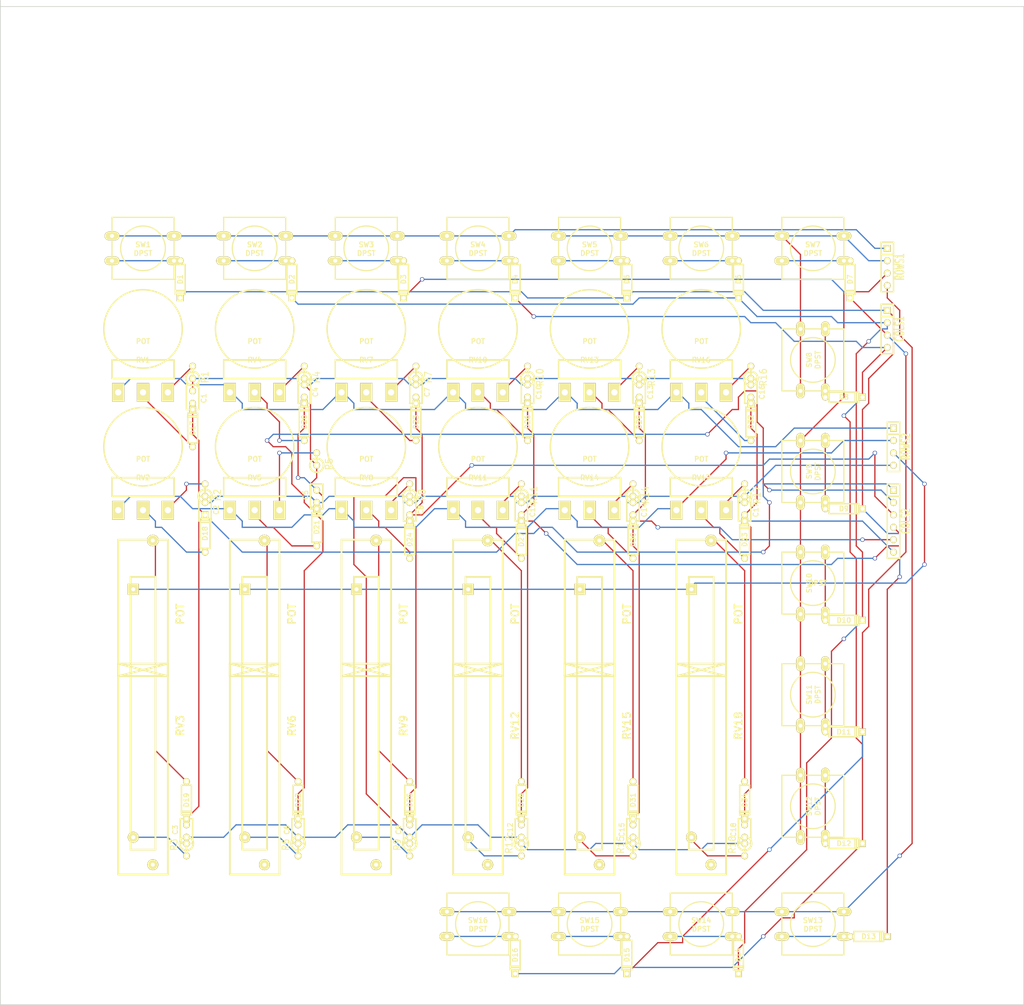
<source format=kicad_pcb>
(kicad_pcb (version 3) (host pcbnew "(2013-mar-25)-stable")
  (layers (15 F.Cu signal) (0 B.Cu signal) (18 B.Paste user) (19 F.Paste user) (20 B.SilkS user) (21 F.SilkS user) (22 B.Mask user) (23 F.Mask user) (28 Edge.Cuts user))
  (net 0 "")
  (net 1 /a1)
  (net 2 /a2)
  (net 3 /a3)
  (net 4 /a4)
  (net 5 /c1)
  (net 6 /c2)
  (net 7 /c3)
  (net 8 /c4)
  (net 9 /col1)
  (net 10 /col2)
  (net 11 /col3)
  (net 12 /col4)
  (net 13 /col5)
  (net 14 /col6)
  (net 15 /row1)
  (net 16 /row2)
  (net 17 /row3)
  (net 18 GND)
  (net 19 N-0000010)
  (net 20 N-0000011)
  (net 21 N-0000012)
  (net 22 N-0000013)
  (net 23 N-0000014)
  (net 24 N-0000015)
  (net 25 N-0000016)
  (net 26 N-0000017)
  (net 27 N-0000018)
  (net 28 N-0000019)
  (net 29 N-0000020)
  (net 30 N-0000021)
  (net 31 N-0000025)
  (net 32 N-0000026)
  (net 33 N-0000029)
  (net 34 N-0000031)
  (net 35 N-0000033)
  (net 36 N-0000034)
  (net 37 N-0000035)
  (net 38 N-0000036)
  (net 39 N-0000037)
  (net 40 N-0000038)
  (net 41 N-0000039)
  (net 42 N-0000040)
  (net 43 N-0000041)
  (net 44 N-0000042)
  (net 45 N-0000043)
  (net 46 N-0000044)
  (net 47 N-000005)
  (net 48 N-0000050)
  (net 49 N-0000051)
  (net 50 N-0000052)
  (net 51 N-0000053)
  (net 52 N-0000054)
  (net 53 N-0000055)
  (net 54 N-0000056)
  (net 55 N-0000057)
  (net 56 N-0000058)
  (net 57 N-0000059)
  (net 58 N-000006)
  (net 59 N-0000060)
  (net 60 N-0000061)
  (net 61 N-0000062)
  (net 62 N-0000063)
  (net 63 N-0000064)
  (net 64 N-0000065)
  (net 65 N-0000066)
  (net 66 N-0000067)
  (net 67 N-0000068)
  (net 68 N-000007)
  (net 69 N-000008)
  (net 70 N-000009)
  (module SW_PUSH-12mm (layer F.Cu) (at 158.75 162.56 90)
    (fp_text reference SW9 (at 0 -0.762 90) (layer F.SilkS) (effects (font (size 1.016 1.016) (thickness 0.2032))))
    (fp_text value DPST (at 0 1.016 90) (layer F.SilkS) (effects (font (size 1.016 1.016) (thickness 0.2032))))
    (pad 1 thru_hole oval (at 6.35 -2.54 90) (size 3.048 1.7272) (drill 0.8128) (layers *.Cu *.Mask F.SilkS) (net 3 /a3))
    (pad 2 thru_hole oval (at 6.35 2.54 90) (size 3.048 1.7272) (drill 0.8128) (layers *.Cu *.Mask F.SilkS) (net 22 N-0000013))
    (pad 1 thru_hole oval (at -6.35 -2.54 90) (size 3.048 1.7272) (drill 0.8128) (layers *.Cu *.Mask F.SilkS) (net 3 /a3))
    (pad 2 thru_hole oval (at -6.35 2.54 90) (size 3.048 1.7272) (drill 0.8128) (layers *.Cu *.Mask F.SilkS) (net 22 N-0000013))
  )
  (module SW_PUSH-12mm (layer F.Cu) (at 158.75 139.7 90)
    (fp_text reference SW8 (at 0 -0.762 90) (layer F.SilkS) (effects (font (size 1.016 1.016) (thickness 0.2032))))
    (fp_text value DPST (at 0 1.016 90) (layer F.SilkS) (effects (font (size 1.016 1.016) (thickness 0.2032))))
    (pad 1 thru_hole oval (at 6.35 -2.54 90) (size 3.048 1.7272) (drill 0.8128) (layers *.Cu *.Mask F.SilkS) (net 2 /a2))
    (pad 2 thru_hole oval (at 6.35 2.54 90) (size 3.048 1.7272) (drill 0.8128) (layers *.Cu *.Mask F.SilkS) (net 19 N-0000010))
    (pad 1 thru_hole oval (at -6.35 -2.54 90) (size 3.048 1.7272) (drill 0.8128) (layers *.Cu *.Mask F.SilkS) (net 2 /a2))
    (pad 2 thru_hole oval (at -6.35 2.54 90) (size 3.048 1.7272) (drill 0.8128) (layers *.Cu *.Mask F.SilkS) (net 19 N-0000010))
  )
  (module SW_PUSH-12mm (layer F.Cu) (at 21.59 116.84)
    (fp_text reference SW1 (at 0 -0.762) (layer F.SilkS) (effects (font (size 1.016 1.016) (thickness 0.2032))))
    (fp_text value DPST (at 0 1.016) (layer F.SilkS) (effects (font (size 1.016 1.016) (thickness 0.2032))))
    (pad 1 thru_hole oval (at 6.35 -2.54) (size 3.048 1.7272) (drill 0.8128) (layers *.Cu *.Mask F.SilkS) (net 1 /a1))
    (pad 2 thru_hole oval (at 6.35 2.54) (size 3.048 1.7272) (drill 0.8128) (layers *.Cu *.Mask F.SilkS) (net 29 N-0000020))
    (pad 1 thru_hole oval (at -6.35 -2.54) (size 3.048 1.7272) (drill 0.8128) (layers *.Cu *.Mask F.SilkS) (net 1 /a1))
    (pad 2 thru_hole oval (at -6.35 2.54) (size 3.048 1.7272) (drill 0.8128) (layers *.Cu *.Mask F.SilkS) (net 29 N-0000020))
  )
  (module SW_PUSH-12mm (layer F.Cu) (at 44.45 116.84)
    (fp_text reference SW2 (at 0 -0.762) (layer F.SilkS) (effects (font (size 1.016 1.016) (thickness 0.2032))))
    (fp_text value DPST (at 0 1.016) (layer F.SilkS) (effects (font (size 1.016 1.016) (thickness 0.2032))))
    (pad 1 thru_hole oval (at 6.35 -2.54) (size 3.048 1.7272) (drill 0.8128) (layers *.Cu *.Mask F.SilkS) (net 1 /a1))
    (pad 2 thru_hole oval (at 6.35 2.54) (size 3.048 1.7272) (drill 0.8128) (layers *.Cu *.Mask F.SilkS) (net 28 N-0000019))
    (pad 1 thru_hole oval (at -6.35 -2.54) (size 3.048 1.7272) (drill 0.8128) (layers *.Cu *.Mask F.SilkS) (net 1 /a1))
    (pad 2 thru_hole oval (at -6.35 2.54) (size 3.048 1.7272) (drill 0.8128) (layers *.Cu *.Mask F.SilkS) (net 28 N-0000019))
  )
  (module SW_PUSH-12mm (layer F.Cu) (at 67.31 116.84)
    (fp_text reference SW3 (at 0 -0.762) (layer F.SilkS) (effects (font (size 1.016 1.016) (thickness 0.2032))))
    (fp_text value DPST (at 0 1.016) (layer F.SilkS) (effects (font (size 1.016 1.016) (thickness 0.2032))))
    (pad 1 thru_hole oval (at 6.35 -2.54) (size 3.048 1.7272) (drill 0.8128) (layers *.Cu *.Mask F.SilkS) (net 1 /a1))
    (pad 2 thru_hole oval (at 6.35 2.54) (size 3.048 1.7272) (drill 0.8128) (layers *.Cu *.Mask F.SilkS) (net 27 N-0000018))
    (pad 1 thru_hole oval (at -6.35 -2.54) (size 3.048 1.7272) (drill 0.8128) (layers *.Cu *.Mask F.SilkS) (net 1 /a1))
    (pad 2 thru_hole oval (at -6.35 2.54) (size 3.048 1.7272) (drill 0.8128) (layers *.Cu *.Mask F.SilkS) (net 27 N-0000018))
  )
  (module SW_PUSH-12mm (layer F.Cu) (at 90.17 116.84)
    (fp_text reference SW4 (at 0 -0.762) (layer F.SilkS) (effects (font (size 1.016 1.016) (thickness 0.2032))))
    (fp_text value DPST (at 0 1.016) (layer F.SilkS) (effects (font (size 1.016 1.016) (thickness 0.2032))))
    (pad 1 thru_hole oval (at 6.35 -2.54) (size 3.048 1.7272) (drill 0.8128) (layers *.Cu *.Mask F.SilkS) (net 1 /a1))
    (pad 2 thru_hole oval (at 6.35 2.54) (size 3.048 1.7272) (drill 0.8128) (layers *.Cu *.Mask F.SilkS) (net 26 N-0000017))
    (pad 1 thru_hole oval (at -6.35 -2.54) (size 3.048 1.7272) (drill 0.8128) (layers *.Cu *.Mask F.SilkS) (net 1 /a1))
    (pad 2 thru_hole oval (at -6.35 2.54) (size 3.048 1.7272) (drill 0.8128) (layers *.Cu *.Mask F.SilkS) (net 26 N-0000017))
  )
  (module SW_PUSH-12mm (layer F.Cu) (at 158.75 116.84)
    (fp_text reference SW7 (at 0 -0.762) (layer F.SilkS) (effects (font (size 1.016 1.016) (thickness 0.2032))))
    (fp_text value DPST (at 0 1.016) (layer F.SilkS) (effects (font (size 1.016 1.016) (thickness 0.2032))))
    (pad 1 thru_hole oval (at 6.35 -2.54) (size 3.048 1.7272) (drill 0.8128) (layers *.Cu *.Mask F.SilkS) (net 2 /a2))
    (pad 2 thru_hole oval (at 6.35 2.54) (size 3.048 1.7272) (drill 0.8128) (layers *.Cu *.Mask F.SilkS) (net 20 N-0000011))
    (pad 1 thru_hole oval (at -6.35 -2.54) (size 3.048 1.7272) (drill 0.8128) (layers *.Cu *.Mask F.SilkS) (net 2 /a2))
    (pad 2 thru_hole oval (at -6.35 2.54) (size 3.048 1.7272) (drill 0.8128) (layers *.Cu *.Mask F.SilkS) (net 20 N-0000011))
  )
  (module SW_PUSH-12mm (layer F.Cu) (at 135.89 116.84)
    (fp_text reference SW6 (at 0 -0.762) (layer F.SilkS) (effects (font (size 1.016 1.016) (thickness 0.2032))))
    (fp_text value DPST (at 0 1.016) (layer F.SilkS) (effects (font (size 1.016 1.016) (thickness 0.2032))))
    (pad 1 thru_hole oval (at 6.35 -2.54) (size 3.048 1.7272) (drill 0.8128) (layers *.Cu *.Mask F.SilkS) (net 2 /a2))
    (pad 2 thru_hole oval (at 6.35 2.54) (size 3.048 1.7272) (drill 0.8128) (layers *.Cu *.Mask F.SilkS) (net 21 N-0000012))
    (pad 1 thru_hole oval (at -6.35 -2.54) (size 3.048 1.7272) (drill 0.8128) (layers *.Cu *.Mask F.SilkS) (net 2 /a2))
    (pad 2 thru_hole oval (at -6.35 2.54) (size 3.048 1.7272) (drill 0.8128) (layers *.Cu *.Mask F.SilkS) (net 21 N-0000012))
  )
  (module SW_PUSH-12mm (layer F.Cu) (at 158.75 185.42 90)
    (fp_text reference SW10 (at 0 -0.762 90) (layer F.SilkS) (effects (font (size 1.016 1.016) (thickness 0.2032))))
    (fp_text value DPST (at 0 1.016 180) (layer F.SilkS) (effects (font (size 1.016 1.016) (thickness 0.2032))))
    (pad 1 thru_hole oval (at 6.35 -2.54 90) (size 3.048 1.7272) (drill 0.8128) (layers *.Cu *.Mask F.SilkS) (net 3 /a3))
    (pad 2 thru_hole oval (at 6.35 2.54 90) (size 3.048 1.7272) (drill 0.8128) (layers *.Cu *.Mask F.SilkS) (net 23 N-0000014))
    (pad 1 thru_hole oval (at -6.35 -2.54 90) (size 3.048 1.7272) (drill 0.8128) (layers *.Cu *.Mask F.SilkS) (net 3 /a3))
    (pad 2 thru_hole oval (at -6.35 2.54 90) (size 3.048 1.7272) (drill 0.8128) (layers *.Cu *.Mask F.SilkS) (net 23 N-0000014))
  )
  (module SW_PUSH-12mm (layer F.Cu) (at 90.17 255.27)
    (fp_text reference SW16 (at 0 -0.762) (layer F.SilkS) (effects (font (size 1.016 1.016) (thickness 0.2032))))
    (fp_text value DPST (at 0 1.016) (layer F.SilkS) (effects (font (size 1.016 1.016) (thickness 0.2032))))
    (pad 1 thru_hole oval (at 6.35 -2.54) (size 3.048 1.7272) (drill 0.8128) (layers *.Cu *.Mask F.SilkS) (net 4 /a4))
    (pad 2 thru_hole oval (at 6.35 2.54) (size 3.048 1.7272) (drill 0.8128) (layers *.Cu *.Mask F.SilkS) (net 58 N-000006))
    (pad 1 thru_hole oval (at -6.35 -2.54) (size 3.048 1.7272) (drill 0.8128) (layers *.Cu *.Mask F.SilkS) (net 4 /a4))
    (pad 2 thru_hole oval (at -6.35 2.54) (size 3.048 1.7272) (drill 0.8128) (layers *.Cu *.Mask F.SilkS) (net 58 N-000006))
  )
  (module SW_PUSH-12mm (layer F.Cu) (at 113.03 116.84)
    (fp_text reference SW5 (at 0 -0.762) (layer F.SilkS) (effects (font (size 1.016 1.016) (thickness 0.2032))))
    (fp_text value DPST (at 0 1.016) (layer F.SilkS) (effects (font (size 1.016 1.016) (thickness 0.2032))))
    (pad 1 thru_hole oval (at 6.35 -2.54) (size 3.048 1.7272) (drill 0.8128) (layers *.Cu *.Mask F.SilkS) (net 2 /a2))
    (pad 2 thru_hole oval (at 6.35 2.54) (size 3.048 1.7272) (drill 0.8128) (layers *.Cu *.Mask F.SilkS) (net 70 N-000009))
    (pad 1 thru_hole oval (at -6.35 -2.54) (size 3.048 1.7272) (drill 0.8128) (layers *.Cu *.Mask F.SilkS) (net 2 /a2))
    (pad 2 thru_hole oval (at -6.35 2.54) (size 3.048 1.7272) (drill 0.8128) (layers *.Cu *.Mask F.SilkS) (net 70 N-000009))
  )
  (module SW_PUSH-12mm (layer F.Cu) (at 135.89 255.27)
    (fp_text reference SW14 (at 0 -0.762) (layer F.SilkS) (effects (font (size 1.016 1.016) (thickness 0.2032))))
    (fp_text value DPST (at 0 1.016) (layer F.SilkS) (effects (font (size 1.016 1.016) (thickness 0.2032))))
    (pad 1 thru_hole oval (at 6.35 -2.54) (size 3.048 1.7272) (drill 0.8128) (layers *.Cu *.Mask F.SilkS) (net 4 /a4))
    (pad 2 thru_hole oval (at 6.35 2.54) (size 3.048 1.7272) (drill 0.8128) (layers *.Cu *.Mask F.SilkS) (net 69 N-000008))
    (pad 1 thru_hole oval (at -6.35 -2.54) (size 3.048 1.7272) (drill 0.8128) (layers *.Cu *.Mask F.SilkS) (net 4 /a4))
    (pad 2 thru_hole oval (at -6.35 2.54) (size 3.048 1.7272) (drill 0.8128) (layers *.Cu *.Mask F.SilkS) (net 69 N-000008))
  )
  (module SW_PUSH-12mm (layer F.Cu) (at 158.75 208.28 90)
    (fp_text reference SW11 (at 0 -0.762 90) (layer F.SilkS) (effects (font (size 1.016 1.016) (thickness 0.2032))))
    (fp_text value DPST (at 0 1.016 90) (layer F.SilkS) (effects (font (size 1.016 1.016) (thickness 0.2032))))
    (pad 1 thru_hole oval (at 6.35 -2.54 90) (size 3.048 1.7272) (drill 0.8128) (layers *.Cu *.Mask F.SilkS) (net 3 /a3))
    (pad 2 thru_hole oval (at 6.35 2.54 90) (size 3.048 1.7272) (drill 0.8128) (layers *.Cu *.Mask F.SilkS) (net 24 N-0000015))
    (pad 1 thru_hole oval (at -6.35 -2.54 90) (size 3.048 1.7272) (drill 0.8128) (layers *.Cu *.Mask F.SilkS) (net 3 /a3))
    (pad 2 thru_hole oval (at -6.35 2.54 90) (size 3.048 1.7272) (drill 0.8128) (layers *.Cu *.Mask F.SilkS) (net 24 N-0000015))
  )
  (module SW_PUSH-12mm (layer F.Cu) (at 158.75 255.27)
    (fp_text reference SW13 (at 0 -0.762) (layer F.SilkS) (effects (font (size 1.016 1.016) (thickness 0.2032))))
    (fp_text value DPST (at 0 1.016) (layer F.SilkS) (effects (font (size 1.016 1.016) (thickness 0.2032))))
    (pad 1 thru_hole oval (at 6.35 -2.54) (size 3.048 1.7272) (drill 0.8128) (layers *.Cu *.Mask F.SilkS) (net 4 /a4))
    (pad 2 thru_hole oval (at 6.35 2.54) (size 3.048 1.7272) (drill 0.8128) (layers *.Cu *.Mask F.SilkS) (net 47 N-000005))
    (pad 1 thru_hole oval (at -6.35 -2.54) (size 3.048 1.7272) (drill 0.8128) (layers *.Cu *.Mask F.SilkS) (net 4 /a4))
    (pad 2 thru_hole oval (at -6.35 2.54) (size 3.048 1.7272) (drill 0.8128) (layers *.Cu *.Mask F.SilkS) (net 47 N-000005))
  )
  (module SW_PUSH-12mm (layer F.Cu) (at 113.03 255.27)
    (fp_text reference SW15 (at 0 -0.762) (layer F.SilkS) (effects (font (size 1.016 1.016) (thickness 0.2032))))
    (fp_text value DPST (at 0 1.016) (layer F.SilkS) (effects (font (size 1.016 1.016) (thickness 0.2032))))
    (pad 1 thru_hole oval (at 6.35 -2.54) (size 3.048 1.7272) (drill 0.8128) (layers *.Cu *.Mask F.SilkS) (net 4 /a4))
    (pad 2 thru_hole oval (at 6.35 2.54) (size 3.048 1.7272) (drill 0.8128) (layers *.Cu *.Mask F.SilkS) (net 68 N-000007))
    (pad 1 thru_hole oval (at -6.35 -2.54) (size 3.048 1.7272) (drill 0.8128) (layers *.Cu *.Mask F.SilkS) (net 4 /a4))
    (pad 2 thru_hole oval (at -6.35 2.54) (size 3.048 1.7272) (drill 0.8128) (layers *.Cu *.Mask F.SilkS) (net 68 N-000007))
  )
  (module SW_PUSH-12mm (layer F.Cu) (at 158.75 231.14 90)
    (fp_text reference SW12 (at 0 -0.762 90) (layer F.SilkS) (effects (font (size 1.016 1.016) (thickness 0.2032))))
    (fp_text value DPST (at 0 1.016 90) (layer F.SilkS) (effects (font (size 1.016 1.016) (thickness 0.2032))))
    (pad 1 thru_hole oval (at 6.35 -2.54 90) (size 3.048 1.7272) (drill 0.8128) (layers *.Cu *.Mask F.SilkS) (net 3 /a3))
    (pad 2 thru_hole oval (at 6.35 2.54 90) (size 3.048 1.7272) (drill 0.8128) (layers *.Cu *.Mask F.SilkS) (net 25 N-0000016))
    (pad 1 thru_hole oval (at -6.35 -2.54 90) (size 3.048 1.7272) (drill 0.8128) (layers *.Cu *.Mask F.SilkS) (net 3 /a3))
    (pad 2 thru_hole oval (at -6.35 2.54 90) (size 3.048 1.7272) (drill 0.8128) (layers *.Cu *.Mask F.SilkS) (net 25 N-0000016))
  )
  (module SIL-4 (layer F.Cu) (at 173.99 133.35 270)
    (fp_text reference COLS1 (at 0 -2.54 270) (layer F.SilkS) (effects (font (size 1.73482 1.08712) (thickness 0.3048))))
    (fp_text value CONN_4 hide)
    (pad 1 thru_hole rect (at -3.81 0 270) (size 1.397 1.397) (drill 0.8128) (layers *.Cu *.Mask F.SilkS) (net 5 /c1))
    (pad 2 thru_hole circle (at -1.27 0 270) (size 1.397 1.397) (drill 0.8128) (layers *.Cu *.Mask F.SilkS) (net 6 /c2))
    (pad 3 thru_hole circle (at 1.27 0 270) (size 1.397 1.397) (drill 0.8128) (layers *.Cu *.Mask F.SilkS) (net 7 /c3))
    (pad 4 thru_hole circle (at 3.81 0 270) (size 1.397 1.397) (drill 0.8128) (layers *.Cu *.Mask F.SilkS) (net 8 /c4))
  )
  (module SIL-4 (layer F.Cu) (at 173.99 120.65 270)
    (fp_text reference ROWS1 (at 0 -2.54 270) (layer F.SilkS) (effects (font (size 1.73482 1.08712) (thickness 0.3048))))
    (fp_text value CONN_4 hide)
    (pad 1 thru_hole rect (at -3.81 0 270) (size 1.397 1.397) (drill 0.8128) (layers *.Cu *.Mask F.SilkS) (net 1 /a1))
    (pad 2 thru_hole circle (at -1.27 0 270) (size 1.397 1.397) (drill 0.8128) (layers *.Cu *.Mask F.SilkS) (net 2 /a2))
    (pad 3 thru_hole circle (at 1.27 0 270) (size 1.397 1.397) (drill 0.8128) (layers *.Cu *.Mask F.SilkS) (net 3 /a3))
    (pad 4 thru_hole circle (at 3.81 0 270) (size 1.397 1.397) (drill 0.8128) (layers *.Cu *.Mask F.SilkS) (net 4 /a4))
  )
  (module D3 (layer F.Cu) (at 165.1 193.04)
    (fp_text reference D10 (at 0 0) (layer F.SilkS) (effects (font (size 1.016 1.016) (thickness 0.2032))))
    (fp_text value DIODE hide)
    (pad 2 thru_hole rect (at 3.81 0) (size 1.397 1.397) (drill 0.8128) (layers *.Cu *.Mask F.SilkS) (net 6 /c2))
    (pad 1 thru_hole circle (at -3.81 0) (size 1.397 1.397) (drill 0.8128) (layers *.Cu *.Mask F.SilkS) (net 23 N-0000014))
  )
  (module D3 (layer F.Cu) (at 165.1 238.76)
    (fp_text reference D12 (at 0 0) (layer F.SilkS) (effects (font (size 1.016 1.016) (thickness 0.2032))))
    (fp_text value DIODE hide)
    (pad 2 thru_hole rect (at 3.81 0) (size 1.397 1.397) (drill 0.8128) (layers *.Cu *.Mask F.SilkS) (net 8 /c4))
    (pad 1 thru_hole circle (at -3.81 0) (size 1.397 1.397) (drill 0.8128) (layers *.Cu *.Mask F.SilkS) (net 25 N-0000016))
  )
  (module D3 (layer F.Cu) (at 143.51 261.62 270)
    (fp_text reference D14 (at 0 0 270) (layer F.SilkS) (effects (font (size 1.016 1.016) (thickness 0.2032))))
    (fp_text value DIODE hide)
    (pad 2 thru_hole rect (at 3.81 0 270) (size 1.397 1.397) (drill 0.8128) (layers *.Cu *.Mask F.SilkS) (net 6 /c2))
    (pad 1 thru_hole circle (at -3.81 0 270) (size 1.397 1.397) (drill 0.8128) (layers *.Cu *.Mask F.SilkS) (net 69 N-000008))
  )
  (module D3 (layer F.Cu) (at 97.79 261.62 270)
    (fp_text reference D16 (at 0 0 270) (layer F.SilkS) (effects (font (size 1.016 1.016) (thickness 0.2032))))
    (fp_text value DIODE hide)
    (pad 2 thru_hole rect (at 3.81 0 270) (size 1.397 1.397) (drill 0.8128) (layers *.Cu *.Mask F.SilkS) (net 8 /c4))
    (pad 1 thru_hole circle (at -3.81 0 270) (size 1.397 1.397) (drill 0.8128) (layers *.Cu *.Mask F.SilkS) (net 58 N-000006))
  )
  (module D3 (layer F.Cu) (at 165.1 170.18)
    (fp_text reference D9 (at 0 0) (layer F.SilkS) (effects (font (size 1.016 1.016) (thickness 0.2032))))
    (fp_text value DIODE hide)
    (pad 2 thru_hole rect (at 3.81 0) (size 1.397 1.397) (drill 0.8128) (layers *.Cu *.Mask F.SilkS) (net 5 /c1))
    (pad 1 thru_hole circle (at -3.81 0) (size 1.397 1.397) (drill 0.8128) (layers *.Cu *.Mask F.SilkS) (net 22 N-0000013))
  )
  (module D3 (layer F.Cu) (at 165.1 147.32)
    (fp_text reference D8 (at 0 0) (layer F.SilkS) (effects (font (size 1.016 1.016) (thickness 0.2032))))
    (fp_text value DIODE hide)
    (pad 2 thru_hole rect (at 3.81 0) (size 1.397 1.397) (drill 0.8128) (layers *.Cu *.Mask F.SilkS) (net 8 /c4))
    (pad 1 thru_hole circle (at -3.81 0) (size 1.397 1.397) (drill 0.8128) (layers *.Cu *.Mask F.SilkS) (net 19 N-0000010))
  )
  (module D3 (layer F.Cu) (at 166.37 123.19 270)
    (fp_text reference D7 (at 0 0 270) (layer F.SilkS) (effects (font (size 1.016 1.016) (thickness 0.2032))))
    (fp_text value DIODE hide)
    (pad 2 thru_hole rect (at 3.81 0 270) (size 1.397 1.397) (drill 0.8128) (layers *.Cu *.Mask F.SilkS) (net 7 /c3))
    (pad 1 thru_hole circle (at -3.81 0 270) (size 1.397 1.397) (drill 0.8128) (layers *.Cu *.Mask F.SilkS) (net 20 N-0000011))
  )
  (module D3 (layer F.Cu) (at 143.51 123.19 270)
    (fp_text reference D6 (at 0 0 270) (layer F.SilkS) (effects (font (size 1.016 1.016) (thickness 0.2032))))
    (fp_text value DIODE hide)
    (pad 2 thru_hole rect (at 3.81 0 270) (size 1.397 1.397) (drill 0.8128) (layers *.Cu *.Mask F.SilkS) (net 6 /c2))
    (pad 1 thru_hole circle (at -3.81 0 270) (size 1.397 1.397) (drill 0.8128) (layers *.Cu *.Mask F.SilkS) (net 21 N-0000012))
  )
  (module D3 (layer F.Cu) (at 120.65 261.62 270)
    (fp_text reference D15 (at 0 0 270) (layer F.SilkS) (effects (font (size 1.016 1.016) (thickness 0.2032))))
    (fp_text value DIODE hide)
    (pad 2 thru_hole rect (at 3.81 0 270) (size 1.397 1.397) (drill 0.8128) (layers *.Cu *.Mask F.SilkS) (net 7 /c3))
    (pad 1 thru_hole circle (at -3.81 0 270) (size 1.397 1.397) (drill 0.8128) (layers *.Cu *.Mask F.SilkS) (net 68 N-000007))
  )
  (module D3 (layer F.Cu) (at 170.18 257.81)
    (fp_text reference D13 (at 0 0) (layer F.SilkS) (effects (font (size 1.016 1.016) (thickness 0.2032))))
    (fp_text value DIODE hide)
    (pad 2 thru_hole rect (at 3.81 0) (size 1.397 1.397) (drill 0.8128) (layers *.Cu *.Mask F.SilkS) (net 5 /c1))
    (pad 1 thru_hole circle (at -3.81 0) (size 1.397 1.397) (drill 0.8128) (layers *.Cu *.Mask F.SilkS) (net 47 N-000005))
  )
  (module D3 (layer F.Cu) (at 165.1 215.9)
    (fp_text reference D11 (at 0 0) (layer F.SilkS) (effects (font (size 1.016 1.016) (thickness 0.2032))))
    (fp_text value DIODE hide)
    (pad 2 thru_hole rect (at 3.81 0) (size 1.397 1.397) (drill 0.8128) (layers *.Cu *.Mask F.SilkS) (net 7 /c3))
    (pad 1 thru_hole circle (at -3.81 0) (size 1.397 1.397) (drill 0.8128) (layers *.Cu *.Mask F.SilkS) (net 24 N-0000015))
  )
  (module D3 (layer F.Cu) (at 120.65 123.19 270)
    (fp_text reference D5 (at 0 0 270) (layer F.SilkS) (effects (font (size 1.016 1.016) (thickness 0.2032))))
    (fp_text value DIODE hide)
    (pad 2 thru_hole rect (at 3.81 0 270) (size 1.397 1.397) (drill 0.8128) (layers *.Cu *.Mask F.SilkS) (net 5 /c1))
    (pad 1 thru_hole circle (at -3.81 0 270) (size 1.397 1.397) (drill 0.8128) (layers *.Cu *.Mask F.SilkS) (net 70 N-000009))
  )
  (module D3 (layer F.Cu) (at 97.79 123.19 270)
    (fp_text reference D4 (at 0 0 270) (layer F.SilkS) (effects (font (size 1.016 1.016) (thickness 0.2032))))
    (fp_text value DIODE hide)
    (pad 2 thru_hole rect (at 3.81 0 270) (size 1.397 1.397) (drill 0.8128) (layers *.Cu *.Mask F.SilkS) (net 8 /c4))
    (pad 1 thru_hole circle (at -3.81 0 270) (size 1.397 1.397) (drill 0.8128) (layers *.Cu *.Mask F.SilkS) (net 26 N-0000017))
  )
  (module D3 (layer F.Cu) (at 74.93 123.19 270)
    (fp_text reference D3 (at 0 0 270) (layer F.SilkS) (effects (font (size 1.016 1.016) (thickness 0.2032))))
    (fp_text value DIODE hide)
    (pad 2 thru_hole rect (at 3.81 0 270) (size 1.397 1.397) (drill 0.8128) (layers *.Cu *.Mask F.SilkS) (net 7 /c3))
    (pad 1 thru_hole circle (at -3.81 0 270) (size 1.397 1.397) (drill 0.8128) (layers *.Cu *.Mask F.SilkS) (net 27 N-0000018))
  )
  (module D3 (layer F.Cu) (at 52.07 123.19 270)
    (fp_text reference D2 (at 0 0 270) (layer F.SilkS) (effects (font (size 1.016 1.016) (thickness 0.2032))))
    (fp_text value DIODE hide)
    (pad 2 thru_hole rect (at 3.81 0 270) (size 1.397 1.397) (drill 0.8128) (layers *.Cu *.Mask F.SilkS) (net 6 /c2))
    (pad 1 thru_hole circle (at -3.81 0 270) (size 1.397 1.397) (drill 0.8128) (layers *.Cu *.Mask F.SilkS) (net 28 N-0000019))
  )
  (module D3 (layer F.Cu) (at 29.21 123.19 270)
    (fp_text reference D1 (at 0 0 270) (layer F.SilkS) (effects (font (size 1.016 1.016) (thickness 0.2032))))
    (fp_text value DIODE hide)
    (pad 2 thru_hole rect (at 3.81 0 270) (size 1.397 1.397) (drill 0.8128) (layers *.Cu *.Mask F.SilkS) (net 5 /c1))
    (pad 1 thru_hole circle (at -3.81 0 270) (size 1.397 1.397) (drill 0.8128) (layers *.Cu *.Mask F.SilkS) (net 29 N-0000020))
  )
  (module SIL-6 (layer F.Cu) (at 175.26 172.72 270)
    (fp_text reference COLS2 (at 0 -2.54 270) (layer F.SilkS) (effects (font (size 1.72974 1.08712) (thickness 0.3048))))
    (fp_text value CONN_6 hide)
    (pad 1 thru_hole rect (at -6.35 0 270) (size 1.397 1.397) (drill 0.8128) (layers *.Cu *.Mask F.SilkS) (net 9 /col1))
    (pad 2 thru_hole circle (at -3.81 0 270) (size 1.397 1.397) (drill 0.8128) (layers *.Cu *.Mask F.SilkS) (net 10 /col2))
    (pad 3 thru_hole circle (at -1.27 0 270) (size 1.397 1.397) (drill 0.8128) (layers *.Cu *.Mask F.SilkS) (net 11 /col3))
    (pad 4 thru_hole circle (at 1.27 0 270) (size 1.397 1.397) (drill 0.8128) (layers *.Cu *.Mask F.SilkS) (net 12 /col4))
    (pad 5 thru_hole circle (at 3.81 0 270) (size 1.397 1.397) (drill 0.8128) (layers *.Cu *.Mask F.SilkS) (net 13 /col5))
    (pad 6 thru_hole circle (at 6.35 0 270) (size 1.397 1.397) (drill 0.8128) (layers *.Cu *.Mask F.SilkS) (net 14 /col6))
  )
  (module SIL-4 (layer F.Cu) (at 175.26 157.48 270)
    (fp_text reference ROWS2 (at 0 -2.54 270) (layer F.SilkS) (effects (font (size 1.73482 1.08712) (thickness 0.3048))))
    (fp_text value CONN_4 hide)
    (pad 1 thru_hole rect (at -3.81 0 270) (size 1.397 1.397) (drill 0.8128) (layers *.Cu *.Mask F.SilkS) (net 15 /row1))
    (pad 2 thru_hole circle (at -1.27 0 270) (size 1.397 1.397) (drill 0.8128) (layers *.Cu *.Mask F.SilkS) (net 16 /row2))
    (pad 3 thru_hole circle (at 1.27 0 270) (size 1.397 1.397) (drill 0.8128) (layers *.Cu *.Mask F.SilkS) (net 17 /row3))
    (pad 4 thru_hole circle (at 3.81 0 270) (size 1.397 1.397) (drill 0.8128) (layers *.Cu *.Mask F.SilkS) (net 18 GND))
  )
  (module D3 (layer F.Cu) (at 144.78 229.87 270)
    (fp_text reference D34 (at 0 0 270) (layer F.SilkS) (effects (font (size 1.016 1.016) (thickness 0.2032))))
    (fp_text value DIODE hide)
    (pad 2 thru_hole rect (at 3.81 0 270) (size 1.397 1.397) (drill 0.8128) (layers *.Cu *.Mask F.SilkS) (net 14 /col6))
    (pad 1 thru_hole circle (at -3.81 0 270) (size 1.397 1.397) (drill 0.8128) (layers *.Cu *.Mask F.SilkS) (net 31 N-0000025))
  )
  (module D3 (layer F.Cu) (at 121.92 229.87 270)
    (fp_text reference D31 (at 0 0 270) (layer F.SilkS) (effects (font (size 1.016 1.016) (thickness 0.2032))))
    (fp_text value DIODE hide)
    (pad 2 thru_hole rect (at 3.81 0 270) (size 1.397 1.397) (drill 0.8128) (layers *.Cu *.Mask F.SilkS) (net 13 /col5))
    (pad 1 thru_hole circle (at -3.81 0 270) (size 1.397 1.397) (drill 0.8128) (layers *.Cu *.Mask F.SilkS) (net 35 N-0000033))
  )
  (module D3 (layer F.Cu) (at 99.06 229.87 270)
    (fp_text reference D28 (at 0 0 270) (layer F.SilkS) (effects (font (size 1.016 1.016) (thickness 0.2032))))
    (fp_text value DIODE hide)
    (pad 2 thru_hole rect (at 3.81 0 270) (size 1.397 1.397) (drill 0.8128) (layers *.Cu *.Mask F.SilkS) (net 12 /col4))
    (pad 1 thru_hole circle (at -3.81 0 270) (size 1.397 1.397) (drill 0.8128) (layers *.Cu *.Mask F.SilkS) (net 34 N-0000031))
  )
  (module D3 (layer F.Cu) (at 76.2 229.87 270)
    (fp_text reference D25 (at 0 0 270) (layer F.SilkS) (effects (font (size 1.016 1.016) (thickness 0.2032))))
    (fp_text value DIODE hide)
    (pad 2 thru_hole rect (at 3.81 0 270) (size 1.397 1.397) (drill 0.8128) (layers *.Cu *.Mask F.SilkS) (net 11 /col3))
    (pad 1 thru_hole circle (at -3.81 0 270) (size 1.397 1.397) (drill 0.8128) (layers *.Cu *.Mask F.SilkS) (net 33 N-0000029))
  )
  (module D3 (layer F.Cu) (at 53.34 229.87 270)
    (fp_text reference D22 (at 0 0 270) (layer F.SilkS) (effects (font (size 1.016 1.016) (thickness 0.2032))))
    (fp_text value DIODE hide)
    (pad 2 thru_hole rect (at 3.81 0 270) (size 1.397 1.397) (drill 0.8128) (layers *.Cu *.Mask F.SilkS) (net 10 /col2))
    (pad 1 thru_hole circle (at -3.81 0 270) (size 1.397 1.397) (drill 0.8128) (layers *.Cu *.Mask F.SilkS) (net 36 N-0000034))
  )
  (module D3 (layer F.Cu) (at 30.48 229.87 270)
    (fp_text reference D19 (at 0 0 270) (layer F.SilkS) (effects (font (size 1.016 1.016) (thickness 0.2032))))
    (fp_text value DIODE hide)
    (pad 2 thru_hole rect (at 3.81 0 270) (size 1.397 1.397) (drill 0.8128) (layers *.Cu *.Mask F.SilkS) (net 9 /col1))
    (pad 1 thru_hole circle (at -3.81 0 270) (size 1.397 1.397) (drill 0.8128) (layers *.Cu *.Mask F.SilkS) (net 32 N-0000026))
  )
  (module D3 (layer F.Cu) (at 31.75 153.67 90)
    (fp_text reference D17 (at 0 0 90) (layer F.SilkS) (effects (font (size 1.016 1.016) (thickness 0.2032))))
    (fp_text value DIODE hide)
    (pad 2 thru_hole rect (at 3.81 0 90) (size 1.397 1.397) (drill 0.8128) (layers *.Cu *.Mask F.SilkS) (net 9 /col1))
    (pad 1 thru_hole circle (at -3.81 0 90) (size 1.397 1.397) (drill 0.8128) (layers *.Cu *.Mask F.SilkS) (net 30 N-0000021))
  )
  (module D3 (layer F.Cu) (at 144.78 176.53 90)
    (fp_text reference D33 (at 0 0 90) (layer F.SilkS) (effects (font (size 1.016 1.016) (thickness 0.2032))))
    (fp_text value DIODE hide)
    (pad 2 thru_hole rect (at 3.81 0 90) (size 1.397 1.397) (drill 0.8128) (layers *.Cu *.Mask F.SilkS) (net 14 /col6))
    (pad 1 thru_hole circle (at -3.81 0 90) (size 1.397 1.397) (drill 0.8128) (layers *.Cu *.Mask F.SilkS) (net 63 N-0000064))
  )
  (module D3 (layer F.Cu) (at 121.92 176.53 90)
    (fp_text reference D30 (at 0 0 90) (layer F.SilkS) (effects (font (size 1.016 1.016) (thickness 0.2032))))
    (fp_text value DIODE hide)
    (pad 2 thru_hole rect (at 3.81 0 90) (size 1.397 1.397) (drill 0.8128) (layers *.Cu *.Mask F.SilkS) (net 13 /col5))
    (pad 1 thru_hole circle (at -3.81 0 90) (size 1.397 1.397) (drill 0.8128) (layers *.Cu *.Mask F.SilkS) (net 62 N-0000063))
  )
  (module D3 (layer F.Cu) (at 99.06 176.53 90)
    (fp_text reference D27 (at 0 0 90) (layer F.SilkS) (effects (font (size 1.016 1.016) (thickness 0.2032))))
    (fp_text value DIODE hide)
    (pad 2 thru_hole rect (at 3.81 0 90) (size 1.397 1.397) (drill 0.8128) (layers *.Cu *.Mask F.SilkS) (net 12 /col4))
    (pad 1 thru_hole circle (at -3.81 0 90) (size 1.397 1.397) (drill 0.8128) (layers *.Cu *.Mask F.SilkS) (net 61 N-0000062))
  )
  (module D3 (layer F.Cu) (at 76.2 176.53 90)
    (fp_text reference D24 (at 0 0 90) (layer F.SilkS) (effects (font (size 1.016 1.016) (thickness 0.2032))))
    (fp_text value DIODE hide)
    (pad 2 thru_hole rect (at 3.81 0 90) (size 1.397 1.397) (drill 0.8128) (layers *.Cu *.Mask F.SilkS) (net 11 /col3))
    (pad 1 thru_hole circle (at -3.81 0 90) (size 1.397 1.397) (drill 0.8128) (layers *.Cu *.Mask F.SilkS) (net 67 N-0000068))
  )
  (module D3 (layer F.Cu) (at 123.19 152.4 90)
    (fp_text reference D29 (at 0 0 90) (layer F.SilkS) (effects (font (size 1.016 1.016) (thickness 0.2032))))
    (fp_text value DIODE hide)
    (pad 2 thru_hole rect (at 3.81 0 90) (size 1.397 1.397) (drill 0.8128) (layers *.Cu *.Mask F.SilkS) (net 13 /col5))
    (pad 1 thru_hole circle (at -3.81 0 90) (size 1.397 1.397) (drill 0.8128) (layers *.Cu *.Mask F.SilkS) (net 59 N-0000060))
  )
  (module D3 (layer F.Cu) (at 57.15 173.99 90)
    (fp_text reference D21 (at 0 0 90) (layer F.SilkS) (effects (font (size 1.016 1.016) (thickness 0.2032))))
    (fp_text value DIODE hide)
    (pad 2 thru_hole rect (at 3.81 0 90) (size 1.397 1.397) (drill 0.8128) (layers *.Cu *.Mask F.SilkS) (net 10 /col2))
    (pad 1 thru_hole circle (at -3.81 0 90) (size 1.397 1.397) (drill 0.8128) (layers *.Cu *.Mask F.SilkS) (net 66 N-0000067))
  )
  (module D3 (layer F.Cu) (at 146.05 152.4 90)
    (fp_text reference D32 (at 0 0 90) (layer F.SilkS) (effects (font (size 1.016 1.016) (thickness 0.2032))))
    (fp_text value DIODE hide)
    (pad 2 thru_hole rect (at 3.81 0 90) (size 1.397 1.397) (drill 0.8128) (layers *.Cu *.Mask F.SilkS) (net 14 /col6))
    (pad 1 thru_hole circle (at -3.81 0 90) (size 1.397 1.397) (drill 0.8128) (layers *.Cu *.Mask F.SilkS) (net 60 N-0000061))
  )
  (module D3 (layer F.Cu) (at 34.29 175.26 90)
    (fp_text reference D18 (at 0 0 90) (layer F.SilkS) (effects (font (size 1.016 1.016) (thickness 0.2032))))
    (fp_text value DIODE hide)
    (pad 2 thru_hole rect (at 3.81 0 90) (size 1.397 1.397) (drill 0.8128) (layers *.Cu *.Mask F.SilkS) (net 9 /col1))
    (pad 1 thru_hole circle (at -3.81 0 90) (size 1.397 1.397) (drill 0.8128) (layers *.Cu *.Mask F.SilkS) (net 65 N-0000066))
  )
  (module D3 (layer F.Cu) (at 100.33 152.4 90)
    (fp_text reference D26 (at 0 0 90) (layer F.SilkS) (effects (font (size 1.016 1.016) (thickness 0.2032))))
    (fp_text value DIODE hide)
    (pad 2 thru_hole rect (at 3.81 0 90) (size 1.397 1.397) (drill 0.8128) (layers *.Cu *.Mask F.SilkS) (net 12 /col4))
    (pad 1 thru_hole circle (at -3.81 0 90) (size 1.397 1.397) (drill 0.8128) (layers *.Cu *.Mask F.SilkS) (net 57 N-0000059))
  )
  (module D3 (layer F.Cu) (at 54.61 152.4 90)
    (fp_text reference D20 (at 0 0 90) (layer F.SilkS) (effects (font (size 1.016 1.016) (thickness 0.2032))))
    (fp_text value DIODE hide)
    (pad 2 thru_hole rect (at 3.81 0 90) (size 1.397 1.397) (drill 0.8128) (layers *.Cu *.Mask F.SilkS) (net 10 /col2))
    (pad 1 thru_hole circle (at -3.81 0 90) (size 1.397 1.397) (drill 0.8128) (layers *.Cu *.Mask F.SilkS) (net 55 N-0000057))
  )
  (module D3 (layer F.Cu) (at 77.47 152.4 90)
    (fp_text reference D23 (at 0 0 90) (layer F.SilkS) (effects (font (size 1.016 1.016) (thickness 0.2032))))
    (fp_text value DIODE hide)
    (pad 2 thru_hole rect (at 3.81 0 90) (size 1.397 1.397) (drill 0.8128) (layers *.Cu *.Mask F.SilkS) (net 11 /col3))
    (pad 1 thru_hole circle (at -3.81 0 90) (size 1.397 1.397) (drill 0.8128) (layers *.Cu *.Mask F.SilkS) (net 56 N-0000058))
  )
  (module C1 (layer F.Cu) (at 123.19 146.05 270)
    (fp_text reference C13 (at 0.254 -2.286 270) (layer F.SilkS) (effects (font (size 1.016 1.016) (thickness 0.2032))))
    (fp_text value C hide)
    (pad 1 thru_hole circle (at -1.27 0 270) (size 1.397 1.397) (drill 0.8128) (layers *.Cu *.Mask F.SilkS) (net 18 GND))
    (pad 2 thru_hole circle (at 1.27 0 270) (size 1.397 1.397) (drill 0.8128) (layers *.Cu *.Mask F.SilkS) (net 13 /col5))
  )
  (module C1 (layer F.Cu) (at 146.05 146.05 270)
    (fp_text reference C16 (at 0.254 -2.286 270) (layer F.SilkS) (effects (font (size 1.016 1.016) (thickness 0.2032))))
    (fp_text value C hide)
    (pad 1 thru_hole circle (at -1.27 0 270) (size 1.397 1.397) (drill 0.8128) (layers *.Cu *.Mask F.SilkS) (net 18 GND))
    (pad 2 thru_hole circle (at 1.27 0 270) (size 1.397 1.397) (drill 0.8128) (layers *.Cu *.Mask F.SilkS) (net 14 /col6))
  )
  (module C1 (layer F.Cu) (at 144.78 236.22 90)
    (fp_text reference C18 (at 0.254 -2.286 90) (layer F.SilkS) (effects (font (size 1.016 1.016) (thickness 0.2032))))
    (fp_text value C hide)
    (pad 1 thru_hole circle (at -1.27 0 90) (size 1.397 1.397) (drill 0.8128) (layers *.Cu *.Mask F.SilkS) (net 18 GND))
    (pad 2 thru_hole circle (at 1.27 0 90) (size 1.397 1.397) (drill 0.8128) (layers *.Cu *.Mask F.SilkS) (net 14 /col6))
  )
  (module C1 (layer F.Cu) (at 121.92 236.22 90)
    (fp_text reference C15 (at 0.254 -2.286 90) (layer F.SilkS) (effects (font (size 1.016 1.016) (thickness 0.2032))))
    (fp_text value C hide)
    (pad 1 thru_hole circle (at -1.27 0 90) (size 1.397 1.397) (drill 0.8128) (layers *.Cu *.Mask F.SilkS) (net 18 GND))
    (pad 2 thru_hole circle (at 1.27 0 90) (size 1.397 1.397) (drill 0.8128) (layers *.Cu *.Mask F.SilkS) (net 13 /col5))
  )
  (module C1 (layer F.Cu) (at 99.06 236.22 90)
    (fp_text reference C12 (at 0.254 -2.286 90) (layer F.SilkS) (effects (font (size 1.016 1.016) (thickness 0.2032))))
    (fp_text value C hide)
    (pad 1 thru_hole circle (at -1.27 0 90) (size 1.397 1.397) (drill 0.8128) (layers *.Cu *.Mask F.SilkS) (net 18 GND))
    (pad 2 thru_hole circle (at 1.27 0 90) (size 1.397 1.397) (drill 0.8128) (layers *.Cu *.Mask F.SilkS) (net 12 /col4))
  )
  (module C1 (layer F.Cu) (at 100.33 146.05 270)
    (fp_text reference C10 (at 0.254 -2.286 270) (layer F.SilkS) (effects (font (size 1.016 1.016) (thickness 0.2032))))
    (fp_text value C hide)
    (pad 1 thru_hole circle (at -1.27 0 270) (size 1.397 1.397) (drill 0.8128) (layers *.Cu *.Mask F.SilkS) (net 18 GND))
    (pad 2 thru_hole circle (at 1.27 0 270) (size 1.397 1.397) (drill 0.8128) (layers *.Cu *.Mask F.SilkS) (net 12 /col4))
  )
  (module C1 (layer F.Cu) (at 76.2 236.22 90)
    (fp_text reference C9 (at 0.254 -2.286 90) (layer F.SilkS) (effects (font (size 1.016 1.016) (thickness 0.2032))))
    (fp_text value C hide)
    (pad 1 thru_hole circle (at -1.27 0 90) (size 1.397 1.397) (drill 0.8128) (layers *.Cu *.Mask F.SilkS) (net 18 GND))
    (pad 2 thru_hole circle (at 1.27 0 90) (size 1.397 1.397) (drill 0.8128) (layers *.Cu *.Mask F.SilkS) (net 11 /col3))
  )
  (module C1 (layer F.Cu) (at 53.34 236.22 90)
    (fp_text reference C6 (at 0.254 -2.286 90) (layer F.SilkS) (effects (font (size 1.016 1.016) (thickness 0.2032))))
    (fp_text value C hide)
    (pad 1 thru_hole circle (at -1.27 0 90) (size 1.397 1.397) (drill 0.8128) (layers *.Cu *.Mask F.SilkS) (net 18 GND))
    (pad 2 thru_hole circle (at 1.27 0 90) (size 1.397 1.397) (drill 0.8128) (layers *.Cu *.Mask F.SilkS) (net 10 /col2))
  )
  (module C1 (layer F.Cu) (at 77.47 146.05 270)
    (fp_text reference C7 (at 0.254 -2.286 270) (layer F.SilkS) (effects (font (size 1.016 1.016) (thickness 0.2032))))
    (fp_text value C hide)
    (pad 1 thru_hole circle (at -1.27 0 270) (size 1.397 1.397) (drill 0.8128) (layers *.Cu *.Mask F.SilkS) (net 18 GND))
    (pad 2 thru_hole circle (at 1.27 0 270) (size 1.397 1.397) (drill 0.8128) (layers *.Cu *.Mask F.SilkS) (net 11 /col3))
  )
  (module C1 (layer F.Cu) (at 30.48 236.22 90)
    (fp_text reference C3 (at 0.254 -2.286 90) (layer F.SilkS) (effects (font (size 1.016 1.016) (thickness 0.2032))))
    (fp_text value C hide)
    (pad 1 thru_hole circle (at -1.27 0 90) (size 1.397 1.397) (drill 0.8128) (layers *.Cu *.Mask F.SilkS) (net 18 GND))
    (pad 2 thru_hole circle (at 1.27 0 90) (size 1.397 1.397) (drill 0.8128) (layers *.Cu *.Mask F.SilkS) (net 9 /col1))
  )
  (module C1 (layer F.Cu) (at 54.61 146.05 270)
    (fp_text reference C4 (at 0.254 -2.286 270) (layer F.SilkS) (effects (font (size 1.016 1.016) (thickness 0.2032))))
    (fp_text value C hide)
    (pad 1 thru_hole circle (at -1.27 0 270) (size 1.397 1.397) (drill 0.8128) (layers *.Cu *.Mask F.SilkS) (net 18 GND))
    (pad 2 thru_hole circle (at 1.27 0 270) (size 1.397 1.397) (drill 0.8128) (layers *.Cu *.Mask F.SilkS) (net 10 /col2))
  )
  (module C1 (layer F.Cu) (at 34.29 170.18 270)
    (fp_text reference C2 (at 0.254 -2.286 270) (layer F.SilkS) (effects (font (size 1.016 1.016) (thickness 0.2032))))
    (fp_text value C hide)
    (pad 1 thru_hole circle (at -1.27 0 270) (size 1.397 1.397) (drill 0.8128) (layers *.Cu *.Mask F.SilkS) (net 18 GND))
    (pad 2 thru_hole circle (at 1.27 0 270) (size 1.397 1.397) (drill 0.8128) (layers *.Cu *.Mask F.SilkS) (net 9 /col1))
  )
  (module C1 (layer F.Cu) (at 31.75 147.32 270)
    (fp_text reference C1 (at 0.254 -2.286 270) (layer F.SilkS) (effects (font (size 1.016 1.016) (thickness 0.2032))))
    (fp_text value C hide)
    (pad 1 thru_hole circle (at -1.27 0 270) (size 1.397 1.397) (drill 0.8128) (layers *.Cu *.Mask F.SilkS) (net 18 GND))
    (pad 2 thru_hole circle (at 1.27 0 270) (size 1.397 1.397) (drill 0.8128) (layers *.Cu *.Mask F.SilkS) (net 9 /col1))
  )
  (module C1 (layer F.Cu) (at 57.15 167.64 90)
    (fp_text reference C5 (at 0.254 -2.286 90) (layer F.SilkS) (effects (font (size 1.016 1.016) (thickness 0.2032))))
    (fp_text value C hide)
    (pad 1 thru_hole circle (at -1.27 0 90) (size 1.397 1.397) (drill 0.8128) (layers *.Cu *.Mask F.SilkS) (net 18 GND))
    (pad 2 thru_hole circle (at 1.27 0 90) (size 1.397 1.397) (drill 0.8128) (layers *.Cu *.Mask F.SilkS) (net 10 /col2))
  )
  (module C1 (layer F.Cu) (at 144.78 170.18 270)
    (fp_text reference C17 (at 0.254 -2.286 270) (layer F.SilkS) (effects (font (size 1.016 1.016) (thickness 0.2032))))
    (fp_text value C hide)
    (pad 1 thru_hole circle (at -1.27 0 270) (size 1.397 1.397) (drill 0.8128) (layers *.Cu *.Mask F.SilkS) (net 18 GND))
    (pad 2 thru_hole circle (at 1.27 0 270) (size 1.397 1.397) (drill 0.8128) (layers *.Cu *.Mask F.SilkS) (net 14 /col6))
  )
  (module C1 (layer F.Cu) (at 76.2 170.18 270)
    (fp_text reference C8 (at 0.254 -2.286 270) (layer F.SilkS) (effects (font (size 1.016 1.016) (thickness 0.2032))))
    (fp_text value C hide)
    (pad 1 thru_hole circle (at -1.27 0 270) (size 1.397 1.397) (drill 0.8128) (layers *.Cu *.Mask F.SilkS) (net 18 GND))
    (pad 2 thru_hole circle (at 1.27 0 270) (size 1.397 1.397) (drill 0.8128) (layers *.Cu *.Mask F.SilkS) (net 11 /col3))
  )
  (module C1 (layer F.Cu) (at 121.92 170.18 270)
    (fp_text reference C14 (at 0.254 -2.286 270) (layer F.SilkS) (effects (font (size 1.016 1.016) (thickness 0.2032))))
    (fp_text value C hide)
    (pad 1 thru_hole circle (at -1.27 0 270) (size 1.397 1.397) (drill 0.8128) (layers *.Cu *.Mask F.SilkS) (net 18 GND))
    (pad 2 thru_hole circle (at 1.27 0 270) (size 1.397 1.397) (drill 0.8128) (layers *.Cu *.Mask F.SilkS) (net 13 /col5))
  )
  (module C1 (layer F.Cu) (at 99.06 170.18 270)
    (fp_text reference C11 (at 0.254 -2.286 270) (layer F.SilkS) (effects (font (size 1.016 1.016) (thickness 0.2032))))
    (fp_text value C hide)
    (pad 1 thru_hole circle (at -1.27 0 270) (size 1.397 1.397) (drill 0.8128) (layers *.Cu *.Mask F.SilkS) (net 18 GND))
    (pad 2 thru_hole circle (at 1.27 0 270) (size 1.397 1.397) (drill 0.8128) (layers *.Cu *.Mask F.SilkS) (net 12 /col4))
  )
  (module R1 (layer F.Cu) (at 144.78 240.03 270)
    (fp_text reference R18 (at -1.016 2.54 270) (layer F.SilkS) (effects (font (size 1.397 1.27) (thickness 0.2032))))
    (fp_text value R hide)
    (pad 1 thru_hole circle (at -1.27 0 270) (size 1.397 1.397) (drill 0.8128) (layers *.Cu *.Mask F.SilkS) (net 18 GND))
    (pad 2 thru_hole circle (at 1.27 0 270) (size 1.397 1.397) (drill 0.8128) (layers *.Cu *.Mask F.SilkS) (net 40 N-0000038))
  )
  (module R1 (layer F.Cu) (at 121.92 240.03 270)
    (fp_text reference R15 (at -1.016 2.54 270) (layer F.SilkS) (effects (font (size 1.397 1.27) (thickness 0.2032))))
    (fp_text value R hide)
    (pad 1 thru_hole circle (at -1.27 0 270) (size 1.397 1.397) (drill 0.8128) (layers *.Cu *.Mask F.SilkS) (net 18 GND))
    (pad 2 thru_hole circle (at 1.27 0 270) (size 1.397 1.397) (drill 0.8128) (layers *.Cu *.Mask F.SilkS) (net 39 N-0000037))
  )
  (module R1 (layer F.Cu) (at 99.06 240.03 270)
    (fp_text reference R12 (at -1.016 2.54 270) (layer F.SilkS) (effects (font (size 1.397 1.27) (thickness 0.2032))))
    (fp_text value R hide)
    (pad 1 thru_hole circle (at -1.27 0 270) (size 1.397 1.397) (drill 0.8128) (layers *.Cu *.Mask F.SilkS) (net 18 GND))
    (pad 2 thru_hole circle (at 1.27 0 270) (size 1.397 1.397) (drill 0.8128) (layers *.Cu *.Mask F.SilkS) (net 38 N-0000036))
  )
  (module R1 (layer F.Cu) (at 76.2 240.03 270)
    (fp_text reference R9 (at -1.016 2.54 270) (layer F.SilkS) (effects (font (size 1.397 1.27) (thickness 0.2032))))
    (fp_text value R hide)
    (pad 1 thru_hole circle (at -1.27 0 270) (size 1.397 1.397) (drill 0.8128) (layers *.Cu *.Mask F.SilkS) (net 18 GND))
    (pad 2 thru_hole circle (at 1.27 0 270) (size 1.397 1.397) (drill 0.8128) (layers *.Cu *.Mask F.SilkS) (net 41 N-0000039))
  )
  (module R1 (layer F.Cu) (at 53.34 240.03 270)
    (fp_text reference R6 (at -1.016 2.54 270) (layer F.SilkS) (effects (font (size 1.397 1.27) (thickness 0.2032))))
    (fp_text value R hide)
    (pad 1 thru_hole circle (at -1.27 0 270) (size 1.397 1.397) (drill 0.8128) (layers *.Cu *.Mask F.SilkS) (net 18 GND))
    (pad 2 thru_hole circle (at 1.27 0 270) (size 1.397 1.397) (drill 0.8128) (layers *.Cu *.Mask F.SilkS) (net 37 N-0000035))
  )
  (module R1 (layer F.Cu) (at 30.48 240.03 270)
    (fp_text reference R3 (at -1.016 2.54 270) (layer F.SilkS) (effects (font (size 1.397 1.27) (thickness 0.2032))))
    (fp_text value R hide)
    (pad 1 thru_hole circle (at -1.27 0 270) (size 1.397 1.397) (drill 0.8128) (layers *.Cu *.Mask F.SilkS) (net 18 GND))
    (pad 2 thru_hole circle (at 1.27 0 270) (size 1.397 1.397) (drill 0.8128) (layers *.Cu *.Mask F.SilkS) (net 48 N-0000050))
  )
  (module R1 (layer F.Cu) (at 144.78 166.37 90)
    (fp_text reference R17 (at -1.016 2.54 90) (layer F.SilkS) (effects (font (size 1.397 1.27) (thickness 0.2032))))
    (fp_text value R hide)
    (pad 1 thru_hole circle (at -1.27 0 90) (size 1.397 1.397) (drill 0.8128) (layers *.Cu *.Mask F.SilkS) (net 18 GND))
    (pad 2 thru_hole circle (at 1.27 0 90) (size 1.397 1.397) (drill 0.8128) (layers *.Cu *.Mask F.SilkS) (net 46 N-0000044))
  )
  (module R1 (layer F.Cu) (at 121.92 166.37 90)
    (fp_text reference R14 (at -1.016 2.54 90) (layer F.SilkS) (effects (font (size 1.397 1.27) (thickness 0.2032))))
    (fp_text value R hide)
    (pad 1 thru_hole circle (at -1.27 0 90) (size 1.397 1.397) (drill 0.8128) (layers *.Cu *.Mask F.SilkS) (net 18 GND))
    (pad 2 thru_hole circle (at 1.27 0 90) (size 1.397 1.397) (drill 0.8128) (layers *.Cu *.Mask F.SilkS) (net 45 N-0000043))
  )
  (module R1 (layer F.Cu) (at 99.06 166.37 90)
    (fp_text reference R11 (at -1.016 2.54 90) (layer F.SilkS) (effects (font (size 1.397 1.27) (thickness 0.2032))))
    (fp_text value R hide)
    (pad 1 thru_hole circle (at -1.27 0 90) (size 1.397 1.397) (drill 0.8128) (layers *.Cu *.Mask F.SilkS) (net 18 GND))
    (pad 2 thru_hole circle (at 1.27 0 90) (size 1.397 1.397) (drill 0.8128) (layers *.Cu *.Mask F.SilkS) (net 44 N-0000042))
  )
  (module R1 (layer F.Cu) (at 76.2 166.37 90)
    (fp_text reference R8 (at -1.016 2.54 90) (layer F.SilkS) (effects (font (size 1.397 1.27) (thickness 0.2032))))
    (fp_text value R hide)
    (pad 1 thru_hole circle (at -1.27 0 90) (size 1.397 1.397) (drill 0.8128) (layers *.Cu *.Mask F.SilkS) (net 18 GND))
    (pad 2 thru_hole circle (at 1.27 0 90) (size 1.397 1.397) (drill 0.8128) (layers *.Cu *.Mask F.SilkS) (net 43 N-0000041))
  )
  (module R1 (layer F.Cu) (at 57.15 160.02 90)
    (fp_text reference R5 (at -1.016 2.54 90) (layer F.SilkS) (effects (font (size 1.397 1.27) (thickness 0.2032))))
    (fp_text value R hide)
    (pad 1 thru_hole circle (at -1.27 0 90) (size 1.397 1.397) (drill 0.8128) (layers *.Cu *.Mask F.SilkS) (net 18 GND))
    (pad 2 thru_hole circle (at 1.27 0 90) (size 1.397 1.397) (drill 0.8128) (layers *.Cu *.Mask F.SilkS) (net 42 N-0000040))
  )
  (module R1 (layer F.Cu) (at 34.29 166.37 90)
    (fp_text reference R2 (at -1.016 2.54 90) (layer F.SilkS) (effects (font (size 1.397 1.27) (thickness 0.2032))))
    (fp_text value R hide)
    (pad 1 thru_hole circle (at -1.27 0 90) (size 1.397 1.397) (drill 0.8128) (layers *.Cu *.Mask F.SilkS) (net 18 GND))
    (pad 2 thru_hole circle (at 1.27 0 90) (size 1.397 1.397) (drill 0.8128) (layers *.Cu *.Mask F.SilkS) (net 64 N-0000065))
  )
  (module R1 (layer F.Cu) (at 146.05 142.24 90)
    (fp_text reference R16 (at -1.016 2.54 90) (layer F.SilkS) (effects (font (size 1.397 1.27) (thickness 0.2032))))
    (fp_text value R hide)
    (pad 1 thru_hole circle (at -1.27 0 90) (size 1.397 1.397) (drill 0.8128) (layers *.Cu *.Mask F.SilkS) (net 18 GND))
    (pad 2 thru_hole circle (at 1.27 0 90) (size 1.397 1.397) (drill 0.8128) (layers *.Cu *.Mask F.SilkS) (net 54 N-0000056))
  )
  (module R1 (layer F.Cu) (at 123.19 142.24 90)
    (fp_text reference R13 (at -1.016 2.54 90) (layer F.SilkS) (effects (font (size 1.397 1.27) (thickness 0.2032))))
    (fp_text value R hide)
    (pad 1 thru_hole circle (at -1.27 0 90) (size 1.397 1.397) (drill 0.8128) (layers *.Cu *.Mask F.SilkS) (net 18 GND))
    (pad 2 thru_hole circle (at 1.27 0 90) (size 1.397 1.397) (drill 0.8128) (layers *.Cu *.Mask F.SilkS) (net 53 N-0000055))
  )
  (module R1 (layer F.Cu) (at 100.33 142.24 90)
    (fp_text reference R10 (at -1.016 2.54 90) (layer F.SilkS) (effects (font (size 1.397 1.27) (thickness 0.2032))))
    (fp_text value R hide)
    (pad 1 thru_hole circle (at -1.27 0 90) (size 1.397 1.397) (drill 0.8128) (layers *.Cu *.Mask F.SilkS) (net 18 GND))
    (pad 2 thru_hole circle (at 1.27 0 90) (size 1.397 1.397) (drill 0.8128) (layers *.Cu *.Mask F.SilkS) (net 52 N-0000054))
  )
  (module R1 (layer F.Cu) (at 77.47 142.24 90)
    (fp_text reference R7 (at -1.016 2.54 90) (layer F.SilkS) (effects (font (size 1.397 1.27) (thickness 0.2032))))
    (fp_text value R hide)
    (pad 1 thru_hole circle (at -1.27 0 90) (size 1.397 1.397) (drill 0.8128) (layers *.Cu *.Mask F.SilkS) (net 18 GND))
    (pad 2 thru_hole circle (at 1.27 0 90) (size 1.397 1.397) (drill 0.8128) (layers *.Cu *.Mask F.SilkS) (net 51 N-0000053))
  )
  (module R1 (layer F.Cu) (at 54.61 142.24 90)
    (fp_text reference R4 (at -1.016 2.54 90) (layer F.SilkS) (effects (font (size 1.397 1.27) (thickness 0.2032))))
    (fp_text value R hide)
    (pad 1 thru_hole circle (at -1.27 0 90) (size 1.397 1.397) (drill 0.8128) (layers *.Cu *.Mask F.SilkS) (net 18 GND))
    (pad 2 thru_hole circle (at 1.27 0 90) (size 1.397 1.397) (drill 0.8128) (layers *.Cu *.Mask F.SilkS) (net 50 N-0000052))
  )
  (module R1 (layer F.Cu) (at 31.75 142.24 90)
    (fp_text reference R1 (at -1.016 2.54 90) (layer F.SilkS) (effects (font (size 1.397 1.27) (thickness 0.2032))))
    (fp_text value R hide)
    (pad 1 thru_hole circle (at -1.27 0 90) (size 1.397 1.397) (drill 0.8128) (layers *.Cu *.Mask F.SilkS) (net 18 GND))
    (pad 2 thru_hole circle (at 1.27 0 90) (size 1.397 1.397) (drill 0.8128) (layers *.Cu *.Mask F.SilkS) (net 49 N-0000051))
  )
  (module POT_TURN_Lin (layer F.Cu) (at 135.89 170.18)
    (fp_text reference RV17 (at 0 -6.35) (layer F.SilkS) (effects (font (size 1.016 1.016) (thickness 0.2032))))
    (fp_text value POT (at 0 -10.16) (layer F.SilkS) (effects (font (size 1.016 1.016) (thickness 0.2032))))
    (pad 2 thru_hole rect (at 0 0.3) (size 2.5 3.81) (drill 1.27) (layers *.Cu *.Mask F.SilkS) (net 63 N-0000064))
    (pad 1 thru_hole rect (at -5.08 0.3) (size 2.5 3.81) (drill 1.27) (layers *.Cu *.Mask F.SilkS) (net 16 /row2))
    (pad 3 thru_hole rect (at 5.08 0.3) (size 2.5 3.81) (drill 1.27) (layers *.Cu *.Mask F.SilkS) (net 46 N-0000044))
  )
  (module POT_TURN_Lin (layer F.Cu) (at 113.03 170.18)
    (fp_text reference RV14 (at 0 -6.35) (layer F.SilkS) (effects (font (size 1.016 1.016) (thickness 0.2032))))
    (fp_text value POT (at 0 -10.16) (layer F.SilkS) (effects (font (size 1.016 1.016) (thickness 0.2032))))
    (pad 2 thru_hole rect (at 0 0.3) (size 2.5 3.81) (drill 1.27) (layers *.Cu *.Mask F.SilkS) (net 62 N-0000063))
    (pad 1 thru_hole rect (at -5.08 0.3) (size 2.5 3.81) (drill 1.27) (layers *.Cu *.Mask F.SilkS) (net 16 /row2))
    (pad 3 thru_hole rect (at 5.08 0.3) (size 2.5 3.81) (drill 1.27) (layers *.Cu *.Mask F.SilkS) (net 45 N-0000043))
  )
  (module POT_TURN_Lin (layer F.Cu) (at 90.17 170.18)
    (fp_text reference RV11 (at 0 -6.35) (layer F.SilkS) (effects (font (size 1.016 1.016) (thickness 0.2032))))
    (fp_text value POT (at 0 -10.16) (layer F.SilkS) (effects (font (size 1.016 1.016) (thickness 0.2032))))
    (pad 2 thru_hole rect (at 0 0.3) (size 2.5 3.81) (drill 1.27) (layers *.Cu *.Mask F.SilkS) (net 61 N-0000062))
    (pad 1 thru_hole rect (at -5.08 0.3) (size 2.5 3.81) (drill 1.27) (layers *.Cu *.Mask F.SilkS) (net 16 /row2))
    (pad 3 thru_hole rect (at 5.08 0.3) (size 2.5 3.81) (drill 1.27) (layers *.Cu *.Mask F.SilkS) (net 44 N-0000042))
  )
  (module POT_TURN_Lin (layer F.Cu) (at 67.31 170.18)
    (fp_text reference RV8 (at 0 -6.35) (layer F.SilkS) (effects (font (size 1.016 1.016) (thickness 0.2032))))
    (fp_text value POT (at 0 -10.16) (layer F.SilkS) (effects (font (size 1.016 1.016) (thickness 0.2032))))
    (pad 2 thru_hole rect (at 0 0.3) (size 2.5 3.81) (drill 1.27) (layers *.Cu *.Mask F.SilkS) (net 67 N-0000068))
    (pad 1 thru_hole rect (at -5.08 0.3) (size 2.5 3.81) (drill 1.27) (layers *.Cu *.Mask F.SilkS) (net 16 /row2))
    (pad 3 thru_hole rect (at 5.08 0.3) (size 2.5 3.81) (drill 1.27) (layers *.Cu *.Mask F.SilkS) (net 43 N-0000041))
  )
  (module POT_TURN_Lin (layer F.Cu) (at 44.45 170.18)
    (fp_text reference RV5 (at 0 -6.35) (layer F.SilkS) (effects (font (size 1.016 1.016) (thickness 0.2032))))
    (fp_text value POT (at 0 -10.16) (layer F.SilkS) (effects (font (size 1.016 1.016) (thickness 0.2032))))
    (pad 2 thru_hole rect (at 0 0.3) (size 2.5 3.81) (drill 1.27) (layers *.Cu *.Mask F.SilkS) (net 66 N-0000067))
    (pad 1 thru_hole rect (at -5.08 0.3) (size 2.5 3.81) (drill 1.27) (layers *.Cu *.Mask F.SilkS) (net 16 /row2))
    (pad 3 thru_hole rect (at 5.08 0.3) (size 2.5 3.81) (drill 1.27) (layers *.Cu *.Mask F.SilkS) (net 42 N-0000040))
  )
  (module POT_TURN_Lin (layer F.Cu) (at 21.59 170.18)
    (fp_text reference RV2 (at 0 -6.35) (layer F.SilkS) (effects (font (size 1.016 1.016) (thickness 0.2032))))
    (fp_text value POT (at 0 -10.16) (layer F.SilkS) (effects (font (size 1.016 1.016) (thickness 0.2032))))
    (pad 2 thru_hole rect (at 0 0.3) (size 2.5 3.81) (drill 1.27) (layers *.Cu *.Mask F.SilkS) (net 65 N-0000066))
    (pad 1 thru_hole rect (at -5.08 0.3) (size 2.5 3.81) (drill 1.27) (layers *.Cu *.Mask F.SilkS) (net 16 /row2))
    (pad 3 thru_hole rect (at 5.08 0.3) (size 2.5 3.81) (drill 1.27) (layers *.Cu *.Mask F.SilkS) (net 64 N-0000065))
  )
  (module POT_TURN_Lin (layer F.Cu) (at 44.45 146.05)
    (fp_text reference RV4 (at 0 -6.35) (layer F.SilkS) (effects (font (size 1.016 1.016) (thickness 0.2032))))
    (fp_text value POT (at 0 -10.16) (layer F.SilkS) (effects (font (size 1.016 1.016) (thickness 0.2032))))
    (pad 2 thru_hole rect (at 0 0.3) (size 2.5 3.81) (drill 1.27) (layers *.Cu *.Mask F.SilkS) (net 55 N-0000057))
    (pad 1 thru_hole rect (at -5.08 0.3) (size 2.5 3.81) (drill 1.27) (layers *.Cu *.Mask F.SilkS) (net 15 /row1))
    (pad 3 thru_hole rect (at 5.08 0.3) (size 2.5 3.81) (drill 1.27) (layers *.Cu *.Mask F.SilkS) (net 50 N-0000052))
  )
  (module POT_TURN_Lin (layer F.Cu) (at 67.31 146.05)
    (fp_text reference RV7 (at 0 -6.35) (layer F.SilkS) (effects (font (size 1.016 1.016) (thickness 0.2032))))
    (fp_text value POT (at 0 -10.16) (layer F.SilkS) (effects (font (size 1.016 1.016) (thickness 0.2032))))
    (pad 2 thru_hole rect (at 0 0.3) (size 2.5 3.81) (drill 1.27) (layers *.Cu *.Mask F.SilkS) (net 56 N-0000058))
    (pad 1 thru_hole rect (at -5.08 0.3) (size 2.5 3.81) (drill 1.27) (layers *.Cu *.Mask F.SilkS) (net 15 /row1))
    (pad 3 thru_hole rect (at 5.08 0.3) (size 2.5 3.81) (drill 1.27) (layers *.Cu *.Mask F.SilkS) (net 51 N-0000053))
  )
  (module POT_TURN_Lin (layer F.Cu) (at 90.17 146.05)
    (fp_text reference RV10 (at 0 -6.35) (layer F.SilkS) (effects (font (size 1.016 1.016) (thickness 0.2032))))
    (fp_text value POT (at 0 -10.16) (layer F.SilkS) (effects (font (size 1.016 1.016) (thickness 0.2032))))
    (pad 2 thru_hole rect (at 0 0.3) (size 2.5 3.81) (drill 1.27) (layers *.Cu *.Mask F.SilkS) (net 57 N-0000059))
    (pad 1 thru_hole rect (at -5.08 0.3) (size 2.5 3.81) (drill 1.27) (layers *.Cu *.Mask F.SilkS) (net 15 /row1))
    (pad 3 thru_hole rect (at 5.08 0.3) (size 2.5 3.81) (drill 1.27) (layers *.Cu *.Mask F.SilkS) (net 52 N-0000054))
  )
  (module POT_TURN_Lin (layer F.Cu) (at 113.03 146.05)
    (fp_text reference RV13 (at 0 -6.35) (layer F.SilkS) (effects (font (size 1.016 1.016) (thickness 0.2032))))
    (fp_text value POT (at 0 -10.16) (layer F.SilkS) (effects (font (size 1.016 1.016) (thickness 0.2032))))
    (pad 2 thru_hole rect (at 0 0.3) (size 2.5 3.81) (drill 1.27) (layers *.Cu *.Mask F.SilkS) (net 59 N-0000060))
    (pad 1 thru_hole rect (at -5.08 0.3) (size 2.5 3.81) (drill 1.27) (layers *.Cu *.Mask F.SilkS) (net 15 /row1))
    (pad 3 thru_hole rect (at 5.08 0.3) (size 2.5 3.81) (drill 1.27) (layers *.Cu *.Mask F.SilkS) (net 53 N-0000055))
  )
  (module POT_TURN_Lin (layer F.Cu) (at 135.89 146.05)
    (fp_text reference RV16 (at 0 -6.35) (layer F.SilkS) (effects (font (size 1.016 1.016) (thickness 0.2032))))
    (fp_text value POT (at 0 -10.16) (layer F.SilkS) (effects (font (size 1.016 1.016) (thickness 0.2032))))
    (pad 2 thru_hole rect (at 0 0.3) (size 2.5 3.81) (drill 1.27) (layers *.Cu *.Mask F.SilkS) (net 60 N-0000061))
    (pad 1 thru_hole rect (at -5.08 0.3) (size 2.5 3.81) (drill 1.27) (layers *.Cu *.Mask F.SilkS) (net 15 /row1))
    (pad 3 thru_hole rect (at 5.08 0.3) (size 2.5 3.81) (drill 1.27) (layers *.Cu *.Mask F.SilkS) (net 54 N-0000056))
  )
  (module POT_TURN_Lin (layer F.Cu) (at 21.59 146.05)
    (fp_text reference RV1 (at 0 -6.35) (layer F.SilkS) (effects (font (size 1.016 1.016) (thickness 0.2032))))
    (fp_text value POT (at 0 -10.16) (layer F.SilkS) (effects (font (size 1.016 1.016) (thickness 0.2032))))
    (pad 2 thru_hole rect (at 0 0.3) (size 2.5 3.81) (drill 1.27) (layers *.Cu *.Mask F.SilkS) (net 30 N-0000021))
    (pad 1 thru_hole rect (at -5.08 0.3) (size 2.5 3.81) (drill 1.27) (layers *.Cu *.Mask F.SilkS) (net 15 /row1))
    (pad 3 thru_hole rect (at 5.08 0.3) (size 2.5 3.81) (drill 1.27) (layers *.Cu *.Mask F.SilkS) (net 49 N-0000051))
  )
  (module POT_4Pin (layer F.Cu) (at 135.89 209.55 270)
    (fp_text reference RV18 (at 5.08 -7.62 270) (layer F.SilkS) (effects (font (size 1.524 1.524) (thickness 0.3048))))
    (fp_text value POT (at -17.78 -7.62 270) (layer F.SilkS) (effects (font (size 1.524 1.524) (thickness 0.3048))))
    (pad 2 thru_hole circle (at -32.86 -2 270) (size 2.39522 2.39522) (drill 0.8128) (layers *.Cu *.Mask F.SilkS) (net 31 N-0000025))
    (pad 1 thru_hole rect (at -22.86 2 270) (size 2.24028 2.24028) (drill 0.8128) (layers *.Cu *.Mask F.SilkS) (net 17 /row3))
    (pad 3 thru_hole circle (at 27.94 2 270) (size 2.24028 2.24028) (drill 0.8128) (layers *.Cu *.Mask F.SilkS) (net 40 N-0000038))
    (pad 4 thru_hole circle (at 33.56 -2 270) (size 2.24028 2.24028) (drill 0.8128) (layers *.Cu *.Mask F.SilkS))
  )
  (module POT_4Pin (layer F.Cu) (at 113.03 209.55 270)
    (fp_text reference RV15 (at 5.08 -7.62 270) (layer F.SilkS) (effects (font (size 1.524 1.524) (thickness 0.3048))))
    (fp_text value POT (at -17.78 -7.62 270) (layer F.SilkS) (effects (font (size 1.524 1.524) (thickness 0.3048))))
    (pad 2 thru_hole circle (at -32.86 -2 270) (size 2.39522 2.39522) (drill 0.8128) (layers *.Cu *.Mask F.SilkS) (net 35 N-0000033))
    (pad 1 thru_hole rect (at -22.86 2 270) (size 2.24028 2.24028) (drill 0.8128) (layers *.Cu *.Mask F.SilkS) (net 17 /row3))
    (pad 3 thru_hole circle (at 27.94 2 270) (size 2.24028 2.24028) (drill 0.8128) (layers *.Cu *.Mask F.SilkS) (net 39 N-0000037))
    (pad 4 thru_hole circle (at 33.56 -2 270) (size 2.24028 2.24028) (drill 0.8128) (layers *.Cu *.Mask F.SilkS))
  )
  (module POT_4Pin (layer F.Cu) (at 90.17 209.55 270)
    (fp_text reference RV12 (at 5.08 -7.62 270) (layer F.SilkS) (effects (font (size 1.524 1.524) (thickness 0.3048))))
    (fp_text value POT (at -17.78 -7.62 270) (layer F.SilkS) (effects (font (size 1.524 1.524) (thickness 0.3048))))
    (pad 2 thru_hole circle (at -32.86 -2 270) (size 2.39522 2.39522) (drill 0.8128) (layers *.Cu *.Mask F.SilkS) (net 34 N-0000031))
    (pad 1 thru_hole rect (at -22.86 2 270) (size 2.24028 2.24028) (drill 0.8128) (layers *.Cu *.Mask F.SilkS) (net 17 /row3))
    (pad 3 thru_hole circle (at 27.94 2 270) (size 2.24028 2.24028) (drill 0.8128) (layers *.Cu *.Mask F.SilkS) (net 38 N-0000036))
    (pad 4 thru_hole circle (at 33.56 -2 270) (size 2.24028 2.24028) (drill 0.8128) (layers *.Cu *.Mask F.SilkS))
  )
  (module POT_4Pin (layer F.Cu) (at 67.31 209.55 270)
    (fp_text reference RV9 (at 5.08 -7.62 270) (layer F.SilkS) (effects (font (size 1.524 1.524) (thickness 0.3048))))
    (fp_text value POT (at -17.78 -7.62 270) (layer F.SilkS) (effects (font (size 1.524 1.524) (thickness 0.3048))))
    (pad 2 thru_hole circle (at -32.86 -2 270) (size 2.39522 2.39522) (drill 0.8128) (layers *.Cu *.Mask F.SilkS) (net 33 N-0000029))
    (pad 1 thru_hole rect (at -22.86 2 270) (size 2.24028 2.24028) (drill 0.8128) (layers *.Cu *.Mask F.SilkS) (net 17 /row3))
    (pad 3 thru_hole circle (at 27.94 2 270) (size 2.24028 2.24028) (drill 0.8128) (layers *.Cu *.Mask F.SilkS) (net 41 N-0000039))
    (pad 4 thru_hole circle (at 33.56 -2 270) (size 2.24028 2.24028) (drill 0.8128) (layers *.Cu *.Mask F.SilkS))
  )
  (module POT_4Pin (layer F.Cu) (at 44.45 209.55 270)
    (fp_text reference RV6 (at 5.08 -7.62 270) (layer F.SilkS) (effects (font (size 1.524 1.524) (thickness 0.3048))))
    (fp_text value POT (at -17.78 -7.62 270) (layer F.SilkS) (effects (font (size 1.524 1.524) (thickness 0.3048))))
    (pad 2 thru_hole circle (at -32.86 -2 270) (size 2.39522 2.39522) (drill 0.8128) (layers *.Cu *.Mask F.SilkS) (net 36 N-0000034))
    (pad 1 thru_hole rect (at -22.86 2 270) (size 2.24028 2.24028) (drill 0.8128) (layers *.Cu *.Mask F.SilkS) (net 17 /row3))
    (pad 3 thru_hole circle (at 27.94 2 270) (size 2.24028 2.24028) (drill 0.8128) (layers *.Cu *.Mask F.SilkS) (net 37 N-0000035))
    (pad 4 thru_hole circle (at 33.56 -2 270) (size 2.24028 2.24028) (drill 0.8128) (layers *.Cu *.Mask F.SilkS))
  )
  (module POT_4Pin (layer F.Cu) (at 21.59 209.55 270)
    (fp_text reference RV3 (at 5.08 -7.62 270) (layer F.SilkS) (effects (font (size 1.524 1.524) (thickness 0.3048))))
    (fp_text value POT (at -17.78 -7.62 270) (layer F.SilkS) (effects (font (size 1.524 1.524) (thickness 0.3048))))
    (pad 2 thru_hole circle (at -32.86 -2 270) (size 2.39522 2.39522) (drill 0.8128) (layers *.Cu *.Mask F.SilkS) (net 32 N-0000026))
    (pad 1 thru_hole rect (at -22.86 2 270) (size 2.24028 2.24028) (drill 0.8128) (layers *.Cu *.Mask F.SilkS) (net 17 /row3))
    (pad 3 thru_hole circle (at 27.94 2 270) (size 2.24028 2.24028) (drill 0.8128) (layers *.Cu *.Mask F.SilkS) (net 48 N-0000050))
    (pad 4 thru_hole circle (at 33.56 -2 270) (size 2.24028 2.24028) (drill 0.8128) (layers *.Cu *.Mask F.SilkS))
  )
  (gr_line (start -7.62 271.78) (end -7.62 66.04) (angle 90) (layer Edge.Cuts) (width 0.15))
  (gr_line (start 201.93 271.78) (end -7.62 271.78) (angle 90) (layer Edge.Cuts) (width 0.15))
  (gr_line (start 201.93 67.31) (end 201.93 271.78) (angle 90) (layer Edge.Cuts) (width 0.15))
  (gr_line (start -7.62 67.31) (end 201.93 67.31) (angle 90) (layer Edge.Cuts) (width 0.15))
  (segment (start 96.52 114.3) (end 97.79 113.03) (width 0.254) (layer B.Cu) (net 1))
  (segment (start 97.79 113.03) (end 167.64 113.03) (width 0.254) (layer B.Cu) (net 1))
  (segment (start 167.64 113.03) (end 171.45 116.84) (width 0.254) (layer B.Cu) (net 1))
  (segment (start 171.45 116.84) (end 173.99 116.84) (width 0.254) (layer B.Cu) (net 1))
  (segment (start 96.52 114.3) (end 83.82 114.3) (width 0.254) (layer B.Cu) (net 1))
  (segment (start 73.66 114.3) (end 60.96 114.3) (width 0.254) (layer B.Cu) (net 1))
  (segment (start 50.8 114.3) (end 38.1 114.3) (width 0.254) (layer B.Cu) (net 1))
  (segment (start 27.94 114.3) (end 15.24 114.3) (width 0.254) (layer B.Cu) (net 1))
  (segment (start 83.82 114.3) (end 73.66 114.3) (width 0.254) (layer B.Cu) (net 1))
  (segment (start 60.96 114.3) (end 50.8 114.3) (width 0.254) (layer B.Cu) (net 1))
  (segment (start 38.1 114.3) (end 27.94 114.3) (width 0.254) (layer B.Cu) (net 1))
  (segment (start 152.4 114.3) (end 156.21 118.11) (width 0.254) (layer F.Cu) (net 2))
  (segment (start 156.21 118.11) (end 156.21 133.35) (width 0.254) (layer F.Cu) (net 2))
  (segment (start 165.1 114.3) (end 170.18 119.38) (width 0.254) (layer B.Cu) (net 2))
  (segment (start 170.18 119.38) (end 173.99 119.38) (width 0.254) (layer B.Cu) (net 2))
  (segment (start 152.4 114.3) (end 165.1 114.3) (width 0.254) (layer B.Cu) (net 2))
  (segment (start 119.38 114.3) (end 106.68 114.3) (width 0.254) (layer B.Cu) (net 2))
  (segment (start 129.54 114.3) (end 142.24 114.3) (width 0.254) (layer B.Cu) (net 2))
  (segment (start 156.21 133.35) (end 156.21 146.05) (width 0.254) (layer F.Cu) (net 2))
  (segment (start 119.38 114.3) (end 129.54 114.3) (width 0.254) (layer B.Cu) (net 2))
  (segment (start 142.24 114.3) (end 152.4 114.3) (width 0.254) (layer B.Cu) (net 2))
  (segment (start 156.21 156.21) (end 165.1 147.32) (width 0.254) (layer F.Cu) (net 3))
  (segment (start 165.1 147.32) (end 165.1 125.73) (width 0.254) (layer F.Cu) (net 3))
  (segment (start 165.1 125.73) (end 170.18 125.73) (width 0.254) (layer F.Cu) (net 3))
  (segment (start 170.18 125.73) (end 173.99 121.92) (width 0.254) (layer F.Cu) (net 3))
  (segment (start 156.21 201.93) (end 156.21 214.63) (width 0.254) (layer F.Cu) (net 3))
  (segment (start 156.21 224.79) (end 156.21 237.49) (width 0.254) (layer F.Cu) (net 3))
  (segment (start 156.21 191.77) (end 156.21 179.07) (width 0.254) (layer F.Cu) (net 3))
  (segment (start 156.21 168.91) (end 156.21 156.21) (width 0.254) (layer F.Cu) (net 3))
  (segment (start 156.21 179.07) (end 156.21 168.91) (width 0.254) (layer F.Cu) (net 3))
  (segment (start 156.21 201.93) (end 156.21 191.77) (width 0.254) (layer F.Cu) (net 3))
  (segment (start 156.21 214.63) (end 156.21 224.79) (width 0.254) (layer F.Cu) (net 3))
  (segment (start 165.1 252.73) (end 176.53 241.3) (width 0.254) (layer B.Cu) (net 4))
  (via (at 176.53 241.3) (size 0.889) (layers F.Cu B.Cu) (net 4))
  (segment (start 176.53 241.3) (end 179.07 238.76) (width 0.254) (layer F.Cu) (net 4))
  (segment (start 179.07 238.76) (end 179.07 137.16) (width 0.254) (layer F.Cu) (net 4))
  (segment (start 179.07 137.16) (end 176.53 134.62) (width 0.254) (layer F.Cu) (net 4))
  (segment (start 176.53 134.62) (end 176.53 129.54) (width 0.254) (layer F.Cu) (net 4))
  (segment (start 176.53 129.54) (end 173.99 127) (width 0.254) (layer F.Cu) (net 4))
  (segment (start 173.99 127) (end 173.99 124.46) (width 0.254) (layer F.Cu) (net 4))
  (segment (start 152.4 252.73) (end 165.1 252.73) (width 0.254) (layer B.Cu) (net 4))
  (segment (start 129.54 252.73) (end 142.24 252.73) (width 0.254) (layer B.Cu) (net 4))
  (segment (start 106.68 252.73) (end 119.38 252.73) (width 0.254) (layer B.Cu) (net 4))
  (segment (start 96.52 252.73) (end 83.82 252.73) (width 0.254) (layer B.Cu) (net 4))
  (segment (start 119.38 252.73) (end 129.54 252.73) (width 0.254) (layer B.Cu) (net 4))
  (segment (start 142.24 252.73) (end 152.4 252.73) (width 0.254) (layer B.Cu) (net 4))
  (segment (start 96.52 252.73) (end 106.68 252.73) (width 0.254) (layer B.Cu) (net 4))
  (segment (start 168.91 170.18) (end 173.99 175.26) (width 0.254) (layer B.Cu) (net 5))
  (segment (start 173.99 175.26) (end 176.53 175.26) (width 0.254) (layer B.Cu) (net 5))
  (segment (start 176.53 175.26) (end 176.53 184.15) (width 0.254) (layer B.Cu) (net 5))
  (via (at 176.53 184.15) (size 0.889) (layers F.Cu B.Cu) (net 5))
  (segment (start 176.53 184.15) (end 173.99 186.69) (width 0.254) (layer F.Cu) (net 5))
  (segment (start 173.99 186.69) (end 173.99 257.81) (width 0.254) (layer F.Cu) (net 5))
  (segment (start 29.21 127) (end 30.48 125.73) (width 0.254) (layer B.Cu) (net 5))
  (segment (start 30.48 125.73) (end 99.06 125.73) (width 0.254) (layer B.Cu) (net 5))
  (segment (start 99.06 125.73) (end 100.33 127) (width 0.254) (layer B.Cu) (net 5))
  (segment (start 100.33 127) (end 120.65 127) (width 0.254) (layer B.Cu) (net 5))
  (segment (start 120.65 127) (end 121.92 125.73) (width 0.254) (layer B.Cu) (net 5))
  (segment (start 121.92 125.73) (end 144.78 125.73) (width 0.254) (layer B.Cu) (net 5))
  (segment (start 144.78 125.73) (end 148.59 129.54) (width 0.254) (layer B.Cu) (net 5))
  (segment (start 148.59 129.54) (end 173.99 129.54) (width 0.254) (layer B.Cu) (net 5))
  (segment (start 173.99 129.54) (end 175.26 130.81) (width 0.254) (layer F.Cu) (net 5))
  (segment (start 175.26 130.81) (end 175.26 138.43) (width 0.254) (layer F.Cu) (net 5))
  (segment (start 175.26 138.43) (end 170.18 143.51) (width 0.254) (layer F.Cu) (net 5))
  (segment (start 170.18 143.51) (end 170.18 148.59) (width 0.254) (layer F.Cu) (net 5))
  (segment (start 170.18 148.59) (end 168.91 149.86) (width 0.254) (layer F.Cu) (net 5))
  (segment (start 168.91 149.86) (end 168.91 170.18) (width 0.254) (layer F.Cu) (net 5))
  (segment (start 168.91 193.04) (end 165.1 196.85) (width 0.254) (layer B.Cu) (net 6))
  (via (at 165.1 196.85) (size 0.889) (layers F.Cu B.Cu) (net 6))
  (segment (start 165.1 196.85) (end 162.56 199.39) (width 0.254) (layer F.Cu) (net 6))
  (segment (start 162.56 199.39) (end 162.56 217.17) (width 0.254) (layer F.Cu) (net 6))
  (segment (start 162.56 217.17) (end 157.48 222.25) (width 0.254) (layer F.Cu) (net 6))
  (segment (start 157.48 222.25) (end 157.48 240.03) (width 0.254) (layer F.Cu) (net 6))
  (segment (start 157.48 240.03) (end 144.78 252.73) (width 0.254) (layer F.Cu) (net 6))
  (segment (start 144.78 252.73) (end 144.78 259.08) (width 0.254) (layer F.Cu) (net 6))
  (segment (start 144.78 259.08) (end 143.51 260.35) (width 0.254) (layer F.Cu) (net 6))
  (segment (start 143.51 260.35) (end 143.51 265.43) (width 0.254) (layer F.Cu) (net 6))
  (segment (start 52.07 127) (end 53.34 128.27) (width 0.254) (layer B.Cu) (net 6))
  (segment (start 53.34 128.27) (end 121.92 128.27) (width 0.254) (layer B.Cu) (net 6))
  (segment (start 121.92 128.27) (end 123.19 127) (width 0.254) (layer B.Cu) (net 6))
  (segment (start 123.19 127) (end 143.51 127) (width 0.254) (layer B.Cu) (net 6))
  (segment (start 173.99 132.08) (end 173.99 133.35) (width 0.254) (layer B.Cu) (net 6))
  (segment (start 173.99 133.35) (end 172.72 133.35) (width 0.254) (layer B.Cu) (net 6))
  (segment (start 172.72 133.35) (end 170.18 135.89) (width 0.254) (layer B.Cu) (net 6))
  (via (at 170.18 135.89) (size 0.889) (layers F.Cu B.Cu) (net 6))
  (segment (start 170.18 135.89) (end 167.64 138.43) (width 0.254) (layer F.Cu) (net 6))
  (segment (start 167.64 138.43) (end 167.64 177.8) (width 0.254) (layer F.Cu) (net 6))
  (segment (start 167.64 177.8) (end 168.91 179.07) (width 0.254) (layer F.Cu) (net 6))
  (segment (start 168.91 179.07) (end 168.91 193.04) (width 0.254) (layer F.Cu) (net 6))
  (segment (start 143.51 127) (end 147.32 130.81) (width 0.254) (layer B.Cu) (net 6))
  (segment (start 147.32 130.81) (end 162.56 130.81) (width 0.254) (layer B.Cu) (net 6))
  (segment (start 162.56 130.81) (end 163.83 132.08) (width 0.254) (layer B.Cu) (net 6))
  (segment (start 163.83 132.08) (end 173.99 132.08) (width 0.254) (layer B.Cu) (net 6))
  (segment (start 168.91 215.9) (end 168.91 220.98) (width 0.254) (layer B.Cu) (net 7))
  (segment (start 168.91 220.98) (end 149.86 240.03) (width 0.254) (layer B.Cu) (net 7))
  (via (at 149.86 240.03) (size 0.889) (layers F.Cu B.Cu) (net 7))
  (segment (start 149.86 240.03) (end 132.08 257.81) (width 0.254) (layer F.Cu) (net 7))
  (segment (start 132.08 257.81) (end 132.08 259.08) (width 0.254) (layer F.Cu) (net 7))
  (segment (start 132.08 259.08) (end 127 259.08) (width 0.254) (layer F.Cu) (net 7))
  (segment (start 127 259.08) (end 120.65 265.43) (width 0.254) (layer F.Cu) (net 7))
  (segment (start 173.99 134.62) (end 177.8 138.43) (width 0.254) (layer B.Cu) (net 7))
  (via (at 177.8 138.43) (size 0.889) (layers F.Cu B.Cu) (net 7))
  (segment (start 177.8 138.43) (end 177.8 179.07) (width 0.254) (layer F.Cu) (net 7))
  (segment (start 177.8 179.07) (end 170.18 186.69) (width 0.254) (layer F.Cu) (net 7))
  (segment (start 170.18 186.69) (end 170.18 194.31) (width 0.254) (layer F.Cu) (net 7))
  (segment (start 170.18 194.31) (end 168.91 195.58) (width 0.254) (layer F.Cu) (net 7))
  (segment (start 168.91 195.58) (end 168.91 215.9) (width 0.254) (layer F.Cu) (net 7))
  (segment (start 166.37 127) (end 162.56 123.19) (width 0.254) (layer B.Cu) (net 7))
  (segment (start 162.56 123.19) (end 78.74 123.19) (width 0.254) (layer B.Cu) (net 7))
  (via (at 78.74 123.19) (size 0.889) (layers F.Cu B.Cu) (net 7))
  (segment (start 78.74 123.19) (end 74.93 127) (width 0.254) (layer F.Cu) (net 7))
  (segment (start 173.99 134.62) (end 166.37 127) (width 0.254) (layer F.Cu) (net 7))
  (segment (start 168.91 238.76) (end 154.94 252.73) (width 0.254) (layer F.Cu) (net 8))
  (segment (start 154.94 252.73) (end 154.94 254) (width 0.254) (layer F.Cu) (net 8))
  (segment (start 154.94 254) (end 152.4 254) (width 0.254) (layer F.Cu) (net 8))
  (segment (start 152.4 254) (end 148.59 257.81) (width 0.254) (layer F.Cu) (net 8))
  (via (at 148.59 257.81) (size 0.889) (layers F.Cu B.Cu) (net 8))
  (segment (start 148.59 257.81) (end 142.24 264.16) (width 0.254) (layer B.Cu) (net 8))
  (segment (start 142.24 264.16) (end 119.38 264.16) (width 0.254) (layer B.Cu) (net 8))
  (segment (start 119.38 264.16) (end 118.11 265.43) (width 0.254) (layer B.Cu) (net 8))
  (segment (start 118.11 265.43) (end 97.79 265.43) (width 0.254) (layer B.Cu) (net 8))
  (segment (start 173.99 137.16) (end 168.91 137.16) (width 0.254) (layer B.Cu) (net 8))
  (segment (start 168.91 137.16) (end 167.64 135.89) (width 0.254) (layer B.Cu) (net 8))
  (segment (start 167.64 135.89) (end 154.94 135.89) (width 0.254) (layer B.Cu) (net 8))
  (segment (start 154.94 135.89) (end 151.13 132.08) (width 0.254) (layer B.Cu) (net 8))
  (segment (start 151.13 132.08) (end 146.05 132.08) (width 0.254) (layer B.Cu) (net 8))
  (segment (start 146.05 132.08) (end 144.78 130.81) (width 0.254) (layer B.Cu) (net 8))
  (segment (start 144.78 130.81) (end 101.6 130.81) (width 0.254) (layer B.Cu) (net 8))
  (via (at 101.6 130.81) (size 0.889) (layers F.Cu B.Cu) (net 8))
  (segment (start 101.6 130.81) (end 97.79 127) (width 0.254) (layer F.Cu) (net 8))
  (segment (start 168.91 147.32) (end 165.1 151.13) (width 0.254) (layer B.Cu) (net 8))
  (via (at 165.1 151.13) (size 0.889) (layers F.Cu B.Cu) (net 8))
  (segment (start 165.1 151.13) (end 166.37 152.4) (width 0.254) (layer F.Cu) (net 8))
  (segment (start 166.37 152.4) (end 166.37 179.07) (width 0.254) (layer F.Cu) (net 8))
  (segment (start 166.37 179.07) (end 167.64 180.34) (width 0.254) (layer F.Cu) (net 8))
  (segment (start 167.64 180.34) (end 167.64 217.17) (width 0.254) (layer F.Cu) (net 8))
  (segment (start 167.64 217.17) (end 168.91 218.44) (width 0.254) (layer F.Cu) (net 8))
  (segment (start 168.91 218.44) (end 168.91 238.76) (width 0.254) (layer F.Cu) (net 8))
  (segment (start 173.99 137.16) (end 168.91 142.24) (width 0.254) (layer F.Cu) (net 8))
  (segment (start 168.91 142.24) (end 168.91 147.32) (width 0.254) (layer F.Cu) (net 8))
  (segment (start 34.29 171.45) (end 41.91 179.07) (width 0.254) (layer B.Cu) (net 9))
  (segment (start 41.91 179.07) (end 93.98 179.07) (width 0.254) (layer B.Cu) (net 9))
  (segment (start 93.98 179.07) (end 97.79 175.26) (width 0.254) (layer B.Cu) (net 9))
  (segment (start 97.79 175.26) (end 101.6 175.26) (width 0.254) (layer B.Cu) (net 9))
  (segment (start 101.6 175.26) (end 102.87 173.99) (width 0.254) (layer B.Cu) (net 9))
  (segment (start 102.87 173.99) (end 105.41 173.99) (width 0.254) (layer B.Cu) (net 9))
  (segment (start 105.41 173.99) (end 110.49 179.07) (width 0.254) (layer B.Cu) (net 9))
  (segment (start 110.49 179.07) (end 148.59 179.07) (width 0.254) (layer B.Cu) (net 9))
  (via (at 148.59 179.07) (size 0.889) (layers F.Cu B.Cu) (net 9))
  (segment (start 148.59 179.07) (end 149.86 177.8) (width 0.254) (layer F.Cu) (net 9))
  (segment (start 149.86 177.8) (end 149.86 168.91) (width 0.254) (layer F.Cu) (net 9))
  (via (at 149.86 168.91) (size 0.889) (layers F.Cu B.Cu) (net 9))
  (segment (start 149.86 168.91) (end 148.59 167.64) (width 0.254) (layer B.Cu) (net 9))
  (segment (start 148.59 167.64) (end 148.59 165.1) (width 0.254) (layer B.Cu) (net 9))
  (segment (start 148.59 165.1) (end 173.99 165.1) (width 0.254) (layer B.Cu) (net 9))
  (segment (start 173.99 165.1) (end 175.26 166.37) (width 0.254) (layer B.Cu) (net 9))
  (segment (start 30.48 233.68) (end 33.02 231.14) (width 0.254) (layer F.Cu) (net 9))
  (segment (start 33.02 231.14) (end 33.02 172.72) (width 0.254) (layer F.Cu) (net 9))
  (segment (start 33.02 172.72) (end 34.29 171.45) (width 0.254) (layer F.Cu) (net 9))
  (segment (start 34.29 171.45) (end 33.02 170.18) (width 0.254) (layer F.Cu) (net 9))
  (segment (start 33.02 170.18) (end 33.02 156.21) (width 0.254) (layer F.Cu) (net 9))
  (segment (start 33.02 156.21) (end 31.75 154.94) (width 0.254) (layer F.Cu) (net 9))
  (segment (start 31.75 154.94) (end 31.75 149.86) (width 0.254) (layer F.Cu) (net 9))
  (segment (start 31.75 149.86) (end 31.75 148.59) (width 0.254) (layer F.Cu) (net 9))
  (segment (start 30.48 233.68) (end 30.48 234.95) (width 0.254) (layer F.Cu) (net 9))
  (segment (start 175.26 168.91) (end 172.72 166.37) (width 0.254) (layer B.Cu) (net 10))
  (segment (start 172.72 166.37) (end 149.86 166.37) (width 0.254) (layer B.Cu) (net 10))
  (via (at 149.86 166.37) (size 0.889) (layers F.Cu B.Cu) (net 10))
  (segment (start 149.86 166.37) (end 148.59 165.1) (width 0.254) (layer F.Cu) (net 10))
  (segment (start 148.59 165.1) (end 148.59 153.67) (width 0.254) (layer F.Cu) (net 10))
  (segment (start 148.59 153.67) (end 147.32 152.4) (width 0.254) (layer F.Cu) (net 10))
  (segment (start 147.32 152.4) (end 147.32 146.05) (width 0.254) (layer F.Cu) (net 10))
  (segment (start 147.32 146.05) (end 144.78 146.05) (width 0.254) (layer F.Cu) (net 10))
  (segment (start 144.78 146.05) (end 143.51 147.32) (width 0.254) (layer F.Cu) (net 10))
  (segment (start 143.51 147.32) (end 143.51 149.86) (width 0.254) (layer F.Cu) (net 10))
  (segment (start 143.51 149.86) (end 142.24 149.86) (width 0.254) (layer F.Cu) (net 10))
  (segment (start 142.24 149.86) (end 137.16 154.94) (width 0.254) (layer F.Cu) (net 10))
  (via (at 137.16 154.94) (size 0.889) (layers F.Cu B.Cu) (net 10))
  (segment (start 137.16 154.94) (end 48.26 154.94) (width 0.254) (layer B.Cu) (net 10))
  (segment (start 48.26 154.94) (end 46.99 156.21) (width 0.254) (layer B.Cu) (net 10))
  (via (at 46.99 156.21) (size 0.889) (layers F.Cu B.Cu) (net 10))
  (segment (start 46.99 156.21) (end 48.26 157.48) (width 0.254) (layer F.Cu) (net 10))
  (segment (start 48.26 157.48) (end 50.8 157.48) (width 0.254) (layer F.Cu) (net 10))
  (segment (start 50.8 157.48) (end 52.07 158.75) (width 0.254) (layer F.Cu) (net 10))
  (segment (start 52.07 158.75) (end 52.07 165.1) (width 0.254) (layer F.Cu) (net 10))
  (segment (start 52.07 165.1) (end 54.61 167.64) (width 0.254) (layer F.Cu) (net 10))
  (segment (start 54.61 167.64) (end 54.61 168.91) (width 0.254) (layer F.Cu) (net 10))
  (segment (start 54.61 168.91) (end 55.88 170.18) (width 0.254) (layer F.Cu) (net 10))
  (segment (start 55.88 170.18) (end 57.15 170.18) (width 0.254) (layer F.Cu) (net 10))
  (segment (start 57.15 170.18) (end 57.15 171.45) (width 0.254) (layer F.Cu) (net 10))
  (segment (start 57.15 171.45) (end 58.42 172.72) (width 0.254) (layer F.Cu) (net 10))
  (segment (start 58.42 172.72) (end 58.42 179.07) (width 0.254) (layer F.Cu) (net 10))
  (segment (start 58.42 179.07) (end 54.61 182.88) (width 0.254) (layer F.Cu) (net 10))
  (segment (start 54.61 182.88) (end 54.61 227.33) (width 0.254) (layer F.Cu) (net 10))
  (segment (start 54.61 227.33) (end 53.34 228.6) (width 0.254) (layer F.Cu) (net 10))
  (segment (start 53.34 228.6) (end 53.34 233.68) (width 0.254) (layer F.Cu) (net 10))
  (segment (start 57.15 166.37) (end 54.61 163.83) (width 0.254) (layer B.Cu) (net 10))
  (segment (start 54.61 163.83) (end 53.34 163.83) (width 0.254) (layer B.Cu) (net 10))
  (via (at 53.34 163.83) (size 0.889) (layers F.Cu B.Cu) (net 10))
  (segment (start 53.34 163.83) (end 53.34 154.94) (width 0.254) (layer F.Cu) (net 10))
  (segment (start 53.34 154.94) (end 54.61 153.67) (width 0.254) (layer F.Cu) (net 10))
  (segment (start 54.61 153.67) (end 54.61 148.59) (width 0.254) (layer F.Cu) (net 10))
  (segment (start 57.15 170.18) (end 58.42 170.18) (width 0.254) (layer F.Cu) (net 10))
  (segment (start 58.42 170.18) (end 58.42 167.64) (width 0.254) (layer F.Cu) (net 10))
  (segment (start 58.42 167.64) (end 57.15 166.37) (width 0.254) (layer F.Cu) (net 10))
  (segment (start 54.61 148.59) (end 54.61 147.32) (width 0.254) (layer F.Cu) (net 10))
  (segment (start 53.34 233.68) (end 53.34 234.95) (width 0.254) (layer F.Cu) (net 10))
  (segment (start 175.26 171.45) (end 171.45 167.64) (width 0.254) (layer F.Cu) (net 11))
  (segment (start 171.45 167.64) (end 171.45 158.75) (width 0.254) (layer F.Cu) (net 11))
  (via (at 171.45 158.75) (size 0.889) (layers F.Cu B.Cu) (net 11))
  (segment (start 171.45 158.75) (end 170.18 160.02) (width 0.254) (layer B.Cu) (net 11))
  (segment (start 170.18 160.02) (end 149.86 160.02) (width 0.254) (layer B.Cu) (net 11))
  (segment (start 149.86 160.02) (end 148.59 161.29) (width 0.254) (layer B.Cu) (net 11))
  (segment (start 148.59 161.29) (end 88.9 161.29) (width 0.254) (layer B.Cu) (net 11))
  (via (at 88.9 161.29) (size 0.889) (layers F.Cu B.Cu) (net 11))
  (segment (start 88.9 161.29) (end 78.74 171.45) (width 0.254) (layer F.Cu) (net 11))
  (segment (start 78.74 171.45) (end 76.2 171.45) (width 0.254) (layer F.Cu) (net 11))
  (segment (start 76.2 172.72) (end 77.47 173.99) (width 0.254) (layer F.Cu) (net 11))
  (segment (start 77.47 173.99) (end 77.47 227.33) (width 0.254) (layer F.Cu) (net 11))
  (segment (start 77.47 227.33) (end 76.2 228.6) (width 0.254) (layer F.Cu) (net 11))
  (segment (start 76.2 228.6) (end 76.2 233.68) (width 0.254) (layer F.Cu) (net 11))
  (segment (start 76.2 171.45) (end 78.74 168.91) (width 0.254) (layer F.Cu) (net 11))
  (segment (start 78.74 168.91) (end 78.74 154.94) (width 0.254) (layer F.Cu) (net 11))
  (segment (start 78.74 154.94) (end 77.47 153.67) (width 0.254) (layer F.Cu) (net 11))
  (segment (start 77.47 153.67) (end 77.47 148.59) (width 0.254) (layer F.Cu) (net 11))
  (segment (start 76.2 171.45) (end 76.2 172.72) (width 0.254) (layer F.Cu) (net 11))
  (segment (start 77.47 148.59) (end 77.47 147.32) (width 0.254) (layer F.Cu) (net 11))
  (segment (start 76.2 233.68) (end 76.2 234.95) (width 0.254) (layer F.Cu) (net 11))
  (segment (start 99.06 172.72) (end 101.6 172.72) (width 0.254) (layer F.Cu) (net 12))
  (segment (start 101.6 172.72) (end 104.14 175.26) (width 0.254) (layer F.Cu) (net 12))
  (via (at 104.14 175.26) (size 0.889) (layers F.Cu B.Cu) (net 12))
  (segment (start 104.14 175.26) (end 110.49 181.61) (width 0.254) (layer B.Cu) (net 12))
  (segment (start 110.49 181.61) (end 162.56 181.61) (width 0.254) (layer B.Cu) (net 12))
  (segment (start 162.56 181.61) (end 163.83 180.34) (width 0.254) (layer B.Cu) (net 12))
  (segment (start 163.83 180.34) (end 171.45 180.34) (width 0.254) (layer B.Cu) (net 12))
  (via (at 171.45 180.34) (size 0.889) (layers F.Cu B.Cu) (net 12))
  (segment (start 171.45 180.34) (end 173.99 177.8) (width 0.254) (layer F.Cu) (net 12))
  (segment (start 173.99 177.8) (end 176.53 177.8) (width 0.254) (layer F.Cu) (net 12))
  (segment (start 176.53 177.8) (end 176.53 175.26) (width 0.254) (layer F.Cu) (net 12))
  (segment (start 176.53 175.26) (end 175.26 173.99) (width 0.254) (layer F.Cu) (net 12))
  (segment (start 99.06 172.72) (end 100.33 173.99) (width 0.254) (layer F.Cu) (net 12))
  (segment (start 100.33 173.99) (end 100.33 227.33) (width 0.254) (layer F.Cu) (net 12))
  (segment (start 100.33 227.33) (end 99.06 228.6) (width 0.254) (layer F.Cu) (net 12))
  (segment (start 99.06 228.6) (end 99.06 233.68) (width 0.254) (layer F.Cu) (net 12))
  (segment (start 99.06 171.45) (end 101.6 168.91) (width 0.254) (layer F.Cu) (net 12))
  (segment (start 101.6 168.91) (end 101.6 154.94) (width 0.254) (layer F.Cu) (net 12))
  (segment (start 101.6 154.94) (end 100.33 153.67) (width 0.254) (layer F.Cu) (net 12))
  (segment (start 100.33 153.67) (end 100.33 148.59) (width 0.254) (layer F.Cu) (net 12))
  (segment (start 100.33 148.59) (end 100.33 147.32) (width 0.254) (layer F.Cu) (net 12))
  (segment (start 99.06 172.72) (end 99.06 171.45) (width 0.254) (layer F.Cu) (net 12))
  (segment (start 99.06 233.68) (end 99.06 234.95) (width 0.254) (layer F.Cu) (net 12))
  (segment (start 121.92 172.72) (end 125.73 172.72) (width 0.254) (layer F.Cu) (net 13))
  (segment (start 125.73 172.72) (end 127 173.99) (width 0.254) (layer F.Cu) (net 13))
  (via (at 127 173.99) (size 0.889) (layers F.Cu B.Cu) (net 13))
  (segment (start 127 173.99) (end 139.7 173.99) (width 0.254) (layer B.Cu) (net 13))
  (segment (start 139.7 173.99) (end 142.24 176.53) (width 0.254) (layer B.Cu) (net 13))
  (segment (start 142.24 176.53) (end 168.91 176.53) (width 0.254) (layer B.Cu) (net 13))
  (via (at 168.91 176.53) (size 0.889) (layers F.Cu B.Cu) (net 13))
  (segment (start 168.91 176.53) (end 175.26 176.53) (width 0.254) (layer F.Cu) (net 13))
  (segment (start 121.92 233.68) (end 123.19 232.41) (width 0.254) (layer F.Cu) (net 13))
  (segment (start 123.19 232.41) (end 123.19 179.07) (width 0.254) (layer F.Cu) (net 13))
  (segment (start 123.19 179.07) (end 121.92 177.8) (width 0.254) (layer F.Cu) (net 13))
  (segment (start 121.92 177.8) (end 121.92 172.72) (width 0.254) (layer F.Cu) (net 13))
  (segment (start 121.92 171.45) (end 124.46 168.91) (width 0.254) (layer F.Cu) (net 13))
  (segment (start 124.46 168.91) (end 124.46 154.94) (width 0.254) (layer F.Cu) (net 13))
  (segment (start 124.46 154.94) (end 123.19 153.67) (width 0.254) (layer F.Cu) (net 13))
  (segment (start 123.19 153.67) (end 123.19 148.59) (width 0.254) (layer F.Cu) (net 13))
  (segment (start 121.92 234.95) (end 121.92 233.68) (width 0.254) (layer F.Cu) (net 13))
  (segment (start 123.19 148.59) (end 123.19 147.32) (width 0.254) (layer F.Cu) (net 13))
  (segment (start 121.92 172.72) (end 121.92 171.45) (width 0.254) (layer F.Cu) (net 13))
  (segment (start 144.78 172.72) (end 146.05 173.99) (width 0.254) (layer F.Cu) (net 14))
  (segment (start 146.05 173.99) (end 146.05 227.33) (width 0.254) (layer F.Cu) (net 14))
  (segment (start 146.05 227.33) (end 144.78 228.6) (width 0.254) (layer F.Cu) (net 14))
  (segment (start 144.78 228.6) (end 144.78 233.68) (width 0.254) (layer F.Cu) (net 14))
  (segment (start 175.26 179.07) (end 168.91 172.72) (width 0.254) (layer B.Cu) (net 14))
  (segment (start 168.91 172.72) (end 144.78 172.72) (width 0.254) (layer B.Cu) (net 14))
  (segment (start 144.78 171.45) (end 147.32 168.91) (width 0.254) (layer F.Cu) (net 14))
  (segment (start 147.32 168.91) (end 147.32 154.94) (width 0.254) (layer F.Cu) (net 14))
  (segment (start 147.32 154.94) (end 146.05 153.67) (width 0.254) (layer F.Cu) (net 14))
  (segment (start 146.05 153.67) (end 146.05 148.59) (width 0.254) (layer F.Cu) (net 14))
  (segment (start 144.78 172.72) (end 144.78 171.45) (width 0.254) (layer F.Cu) (net 14))
  (segment (start 144.78 233.68) (end 144.78 234.95) (width 0.254) (layer F.Cu) (net 14))
  (segment (start 146.05 148.59) (end 146.05 147.32) (width 0.254) (layer F.Cu) (net 14))
  (segment (start 175.26 153.67) (end 154.94 153.67) (width 0.254) (layer B.Cu) (net 15))
  (segment (start 154.94 153.67) (end 151.13 157.48) (width 0.254) (layer B.Cu) (net 15))
  (segment (start 151.13 157.48) (end 143.51 157.48) (width 0.254) (layer B.Cu) (net 15))
  (segment (start 143.51 157.48) (end 135.89 149.86) (width 0.254) (layer B.Cu) (net 15))
  (segment (start 135.89 149.86) (end 133.35 149.86) (width 0.254) (layer B.Cu) (net 15))
  (segment (start 133.35 149.86) (end 133.35 148.59) (width 0.254) (layer B.Cu) (net 15))
  (segment (start 133.35 148.59) (end 130.81 146.05) (width 0.254) (layer B.Cu) (net 15))
  (segment (start 130.81 146.05) (end 130.81 146.35) (width 0.254) (layer B.Cu) (net 15))
  (segment (start 62.23 146.35) (end 62.23 146.05) (width 0.254) (layer B.Cu) (net 15))
  (segment (start 62.23 146.05) (end 58.42 149.86) (width 0.254) (layer B.Cu) (net 15))
  (segment (start 58.42 149.86) (end 41.91 149.86) (width 0.254) (layer B.Cu) (net 15))
  (segment (start 41.91 149.86) (end 41.91 148.59) (width 0.254) (layer B.Cu) (net 15))
  (segment (start 41.91 148.59) (end 39.37 146.05) (width 0.254) (layer B.Cu) (net 15))
  (segment (start 39.37 146.05) (end 39.37 146.35) (width 0.254) (layer B.Cu) (net 15))
  (segment (start 85.09 146.35) (end 85.09 146.05) (width 0.254) (layer B.Cu) (net 15))
  (segment (start 85.09 146.05) (end 81.28 149.86) (width 0.254) (layer B.Cu) (net 15))
  (segment (start 81.28 149.86) (end 64.77 149.86) (width 0.254) (layer B.Cu) (net 15))
  (segment (start 64.77 149.86) (end 64.77 148.59) (width 0.254) (layer B.Cu) (net 15))
  (segment (start 64.77 148.59) (end 62.23 146.05) (width 0.254) (layer B.Cu) (net 15))
  (segment (start 62.23 146.05) (end 62.23 146.35) (width 0.254) (layer B.Cu) (net 15))
  (segment (start 107.95 146.35) (end 107.95 146.05) (width 0.254) (layer B.Cu) (net 15))
  (segment (start 107.95 146.05) (end 104.14 149.86) (width 0.254) (layer B.Cu) (net 15))
  (segment (start 104.14 149.86) (end 87.63 149.86) (width 0.254) (layer B.Cu) (net 15))
  (segment (start 87.63 149.86) (end 87.63 148.59) (width 0.254) (layer B.Cu) (net 15))
  (segment (start 87.63 148.59) (end 85.09 146.05) (width 0.254) (layer B.Cu) (net 15))
  (segment (start 85.09 146.05) (end 85.09 146.35) (width 0.254) (layer B.Cu) (net 15))
  (segment (start 130.81 146.35) (end 130.81 146.05) (width 0.254) (layer B.Cu) (net 15))
  (segment (start 130.81 146.05) (end 127 149.86) (width 0.254) (layer B.Cu) (net 15))
  (segment (start 127 149.86) (end 110.49 149.86) (width 0.254) (layer B.Cu) (net 15))
  (segment (start 110.49 149.86) (end 110.49 148.59) (width 0.254) (layer B.Cu) (net 15))
  (segment (start 110.49 148.59) (end 107.95 146.05) (width 0.254) (layer B.Cu) (net 15))
  (segment (start 107.95 146.05) (end 107.95 146.35) (width 0.254) (layer B.Cu) (net 15))
  (segment (start 39.37 146.35) (end 39.37 146.05) (width 0.254) (layer B.Cu) (net 15))
  (segment (start 39.37 146.05) (end 38.1 144.78) (width 0.254) (layer B.Cu) (net 15))
  (segment (start 38.1 144.78) (end 30.48 144.78) (width 0.254) (layer B.Cu) (net 15))
  (segment (start 30.48 144.78) (end 29.21 143.51) (width 0.254) (layer B.Cu) (net 15))
  (segment (start 29.21 143.51) (end 19.05 143.51) (width 0.254) (layer B.Cu) (net 15))
  (segment (start 19.05 143.51) (end 16.51 146.05) (width 0.254) (layer B.Cu) (net 15))
  (segment (start 16.51 146.05) (end 16.51 146.35) (width 0.254) (layer B.Cu) (net 15))
  (segment (start 130.81 170.48) (end 130.81 170.18) (width 0.254) (layer F.Cu) (net 16))
  (segment (start 130.81 170.18) (end 140.97 160.02) (width 0.254) (layer F.Cu) (net 16))
  (segment (start 140.97 160.02) (end 140.97 158.75) (width 0.254) (layer F.Cu) (net 16))
  (via (at 140.97 158.75) (size 0.889) (layers F.Cu B.Cu) (net 16))
  (segment (start 140.97 158.75) (end 162.56 158.75) (width 0.254) (layer B.Cu) (net 16))
  (segment (start 162.56 158.75) (end 165.1 156.21) (width 0.254) (layer B.Cu) (net 16))
  (segment (start 165.1 156.21) (end 175.26 156.21) (width 0.254) (layer B.Cu) (net 16))
  (segment (start 85.09 170.48) (end 85.09 170.18) (width 0.254) (layer B.Cu) (net 16))
  (segment (start 85.09 170.18) (end 87.63 172.72) (width 0.254) (layer B.Cu) (net 16))
  (segment (start 87.63 172.72) (end 87.63 173.99) (width 0.254) (layer B.Cu) (net 16))
  (segment (start 87.63 173.99) (end 100.33 173.99) (width 0.254) (layer B.Cu) (net 16))
  (segment (start 100.33 173.99) (end 104.14 170.18) (width 0.254) (layer B.Cu) (net 16))
  (segment (start 104.14 170.18) (end 107.95 170.18) (width 0.254) (layer B.Cu) (net 16))
  (segment (start 107.95 170.18) (end 107.95 170.48) (width 0.254) (layer B.Cu) (net 16))
  (segment (start 62.23 170.48) (end 62.23 170.18) (width 0.254) (layer B.Cu) (net 16))
  (segment (start 62.23 170.18) (end 64.77 172.72) (width 0.254) (layer B.Cu) (net 16))
  (segment (start 64.77 172.72) (end 64.77 173.99) (width 0.254) (layer B.Cu) (net 16))
  (segment (start 64.77 173.99) (end 77.47 173.99) (width 0.254) (layer B.Cu) (net 16))
  (segment (start 77.47 173.99) (end 81.28 170.18) (width 0.254) (layer B.Cu) (net 16))
  (segment (start 81.28 170.18) (end 85.09 170.18) (width 0.254) (layer B.Cu) (net 16))
  (segment (start 85.09 170.18) (end 85.09 170.48) (width 0.254) (layer B.Cu) (net 16))
  (segment (start 107.95 170.48) (end 107.95 170.18) (width 0.254) (layer B.Cu) (net 16))
  (segment (start 107.95 170.18) (end 110.49 172.72) (width 0.254) (layer B.Cu) (net 16))
  (segment (start 110.49 172.72) (end 110.49 173.99) (width 0.254) (layer B.Cu) (net 16))
  (segment (start 110.49 173.99) (end 123.19 173.99) (width 0.254) (layer B.Cu) (net 16))
  (segment (start 123.19 173.99) (end 127 170.18) (width 0.254) (layer B.Cu) (net 16))
  (segment (start 127 170.18) (end 130.81 170.18) (width 0.254) (layer B.Cu) (net 16))
  (segment (start 130.81 170.18) (end 130.81 170.48) (width 0.254) (layer B.Cu) (net 16))
  (segment (start 39.37 170.48) (end 39.37 170.18) (width 0.254) (layer B.Cu) (net 16))
  (segment (start 39.37 170.18) (end 41.91 172.72) (width 0.254) (layer B.Cu) (net 16))
  (segment (start 41.91 172.72) (end 41.91 173.99) (width 0.254) (layer B.Cu) (net 16))
  (segment (start 41.91 173.99) (end 52.07 173.99) (width 0.254) (layer B.Cu) (net 16))
  (segment (start 52.07 173.99) (end 54.61 171.45) (width 0.254) (layer B.Cu) (net 16))
  (segment (start 54.61 171.45) (end 58.42 171.45) (width 0.254) (layer B.Cu) (net 16))
  (segment (start 58.42 171.45) (end 59.69 170.18) (width 0.254) (layer B.Cu) (net 16))
  (segment (start 59.69 170.18) (end 62.23 170.18) (width 0.254) (layer B.Cu) (net 16))
  (segment (start 62.23 170.18) (end 62.23 170.48) (width 0.254) (layer B.Cu) (net 16))
  (segment (start 16.51 170.48) (end 16.51 170.18) (width 0.254) (layer B.Cu) (net 16))
  (segment (start 16.51 170.18) (end 19.05 167.64) (width 0.254) (layer B.Cu) (net 16))
  (segment (start 19.05 167.64) (end 29.21 167.64) (width 0.254) (layer B.Cu) (net 16))
  (segment (start 29.21 167.64) (end 31.75 170.18) (width 0.254) (layer B.Cu) (net 16))
  (segment (start 31.75 170.18) (end 39.37 170.18) (width 0.254) (layer B.Cu) (net 16))
  (segment (start 39.37 170.18) (end 39.37 170.48) (width 0.254) (layer B.Cu) (net 16))
  (segment (start 133.89 186.69) (end 133.35 186.69) (width 0.254) (layer B.Cu) (net 17))
  (segment (start 133.35 186.69) (end 134.62 185.42) (width 0.254) (layer B.Cu) (net 17))
  (segment (start 134.62 185.42) (end 177.8 185.42) (width 0.254) (layer B.Cu) (net 17))
  (segment (start 177.8 185.42) (end 181.61 181.61) (width 0.254) (layer B.Cu) (net 17))
  (via (at 181.61 181.61) (size 0.889) (layers F.Cu B.Cu) (net 17))
  (segment (start 181.61 181.61) (end 181.61 165.1) (width 0.254) (layer F.Cu) (net 17))
  (via (at 181.61 165.1) (size 0.889) (layers F.Cu B.Cu) (net 17))
  (segment (start 181.61 165.1) (end 175.26 158.75) (width 0.254) (layer B.Cu) (net 17))
  (segment (start 42.45 186.69) (end 19.59 186.69) (width 0.254) (layer B.Cu) (net 17))
  (segment (start 133.89 186.69) (end 111.03 186.69) (width 0.254) (layer B.Cu) (net 17))
  (segment (start 65.31 186.69) (end 42.45 186.69) (width 0.254) (layer B.Cu) (net 17))
  (segment (start 88.17 186.69) (end 65.31 186.69) (width 0.254) (layer B.Cu) (net 17))
  (segment (start 111.03 186.69) (end 88.17 186.69) (width 0.254) (layer B.Cu) (net 17))
  (segment (start 76.2 237.49) (end 67.31 228.6) (width 0.254) (layer F.Cu) (net 18))
  (segment (start 67.31 228.6) (end 67.31 184.15) (width 0.254) (layer F.Cu) (net 18))
  (segment (start 67.31 184.15) (end 64.77 181.61) (width 0.254) (layer F.Cu) (net 18))
  (segment (start 64.77 181.61) (end 64.77 167.64) (width 0.254) (layer F.Cu) (net 18))
  (segment (start 64.77 167.64) (end 71.12 167.64) (width 0.254) (layer F.Cu) (net 18))
  (segment (start 71.12 167.64) (end 74.93 163.83) (width 0.254) (layer F.Cu) (net 18))
  (segment (start 74.93 163.83) (end 77.47 163.83) (width 0.254) (layer F.Cu) (net 18))
  (segment (start 77.47 163.83) (end 77.47 168.91) (width 0.254) (layer F.Cu) (net 18))
  (segment (start 77.47 168.91) (end 76.2 168.91) (width 0.254) (layer F.Cu) (net 18))
  (segment (start 144.78 167.64) (end 151.13 161.29) (width 0.254) (layer B.Cu) (net 18))
  (segment (start 151.13 161.29) (end 175.26 161.29) (width 0.254) (layer B.Cu) (net 18))
  (segment (start 57.15 161.29) (end 55.88 160.02) (width 0.254) (layer F.Cu) (net 18))
  (segment (start 55.88 160.02) (end 55.88 146.05) (width 0.254) (layer F.Cu) (net 18))
  (segment (start 55.88 146.05) (end 54.61 144.78) (width 0.254) (layer F.Cu) (net 18))
  (segment (start 121.92 168.91) (end 123.19 168.91) (width 0.254) (layer B.Cu) (net 18))
  (segment (start 123.19 168.91) (end 124.46 167.64) (width 0.254) (layer B.Cu) (net 18))
  (segment (start 124.46 167.64) (end 143.51 167.64) (width 0.254) (layer B.Cu) (net 18))
  (segment (start 143.51 167.64) (end 143.51 168.91) (width 0.254) (layer B.Cu) (net 18))
  (segment (start 143.51 168.91) (end 144.78 168.91) (width 0.254) (layer B.Cu) (net 18))
  (segment (start 123.19 143.51) (end 146.05 143.51) (width 0.254) (layer B.Cu) (net 18))
  (segment (start 100.33 143.51) (end 123.19 143.51) (width 0.254) (layer B.Cu) (net 18))
  (segment (start 99.06 238.76) (end 100.33 240.03) (width 0.254) (layer B.Cu) (net 18))
  (segment (start 100.33 240.03) (end 113.03 240.03) (width 0.254) (layer B.Cu) (net 18))
  (segment (start 113.03 240.03) (end 114.3 238.76) (width 0.254) (layer B.Cu) (net 18))
  (segment (start 114.3 238.76) (end 121.92 238.76) (width 0.254) (layer B.Cu) (net 18))
  (segment (start 121.92 238.76) (end 123.19 240.03) (width 0.254) (layer B.Cu) (net 18))
  (segment (start 123.19 240.03) (end 135.89 240.03) (width 0.254) (layer B.Cu) (net 18))
  (segment (start 135.89 240.03) (end 137.16 238.76) (width 0.254) (layer B.Cu) (net 18))
  (segment (start 137.16 238.76) (end 144.78 238.76) (width 0.254) (layer B.Cu) (net 18))
  (segment (start 76.2 168.91) (end 77.47 168.91) (width 0.254) (layer B.Cu) (net 18))
  (segment (start 77.47 168.91) (end 78.74 167.64) (width 0.254) (layer B.Cu) (net 18))
  (segment (start 78.74 167.64) (end 97.79 167.64) (width 0.254) (layer B.Cu) (net 18))
  (segment (start 97.79 167.64) (end 97.79 168.91) (width 0.254) (layer B.Cu) (net 18))
  (segment (start 97.79 168.91) (end 99.06 168.91) (width 0.254) (layer B.Cu) (net 18))
  (segment (start 99.06 168.91) (end 100.33 168.91) (width 0.254) (layer B.Cu) (net 18))
  (segment (start 100.33 168.91) (end 101.6 167.64) (width 0.254) (layer B.Cu) (net 18))
  (segment (start 101.6 167.64) (end 120.65 167.64) (width 0.254) (layer B.Cu) (net 18))
  (segment (start 120.65 167.64) (end 120.65 168.91) (width 0.254) (layer B.Cu) (net 18))
  (segment (start 120.65 168.91) (end 121.92 168.91) (width 0.254) (layer B.Cu) (net 18))
  (segment (start 53.34 237.49) (end 50.8 234.95) (width 0.254) (layer B.Cu) (net 18))
  (segment (start 50.8 234.95) (end 40.64 234.95) (width 0.254) (layer B.Cu) (net 18))
  (segment (start 40.64 234.95) (end 38.1 237.49) (width 0.254) (layer B.Cu) (net 18))
  (segment (start 38.1 237.49) (end 30.48 237.49) (width 0.254) (layer B.Cu) (net 18))
  (segment (start 57.15 168.91) (end 55.88 167.64) (width 0.254) (layer B.Cu) (net 18))
  (segment (start 55.88 167.64) (end 36.83 167.64) (width 0.254) (layer B.Cu) (net 18))
  (segment (start 36.83 167.64) (end 35.56 168.91) (width 0.254) (layer B.Cu) (net 18))
  (segment (start 35.56 168.91) (end 34.29 168.91) (width 0.254) (layer B.Cu) (net 18))
  (segment (start 54.61 144.78) (end 55.88 144.78) (width 0.254) (layer B.Cu) (net 18))
  (segment (start 55.88 144.78) (end 57.15 143.51) (width 0.254) (layer B.Cu) (net 18))
  (segment (start 57.15 143.51) (end 74.93 143.51) (width 0.254) (layer B.Cu) (net 18))
  (segment (start 74.93 143.51) (end 76.2 144.78) (width 0.254) (layer B.Cu) (net 18))
  (segment (start 76.2 144.78) (end 77.47 144.78) (width 0.254) (layer B.Cu) (net 18))
  (segment (start 54.61 143.51) (end 31.75 143.51) (width 0.254) (layer B.Cu) (net 18))
  (segment (start 77.47 144.78) (end 78.74 144.78) (width 0.254) (layer B.Cu) (net 18))
  (segment (start 78.74 144.78) (end 80.01 143.51) (width 0.254) (layer B.Cu) (net 18))
  (segment (start 80.01 143.51) (end 97.79 143.51) (width 0.254) (layer B.Cu) (net 18))
  (segment (start 97.79 143.51) (end 99.06 144.78) (width 0.254) (layer B.Cu) (net 18))
  (segment (start 99.06 144.78) (end 100.33 144.78) (width 0.254) (layer B.Cu) (net 18))
  (segment (start 76.2 237.49) (end 73.66 234.95) (width 0.254) (layer B.Cu) (net 18))
  (segment (start 73.66 234.95) (end 63.5 234.95) (width 0.254) (layer B.Cu) (net 18))
  (segment (start 63.5 234.95) (end 60.96 237.49) (width 0.254) (layer B.Cu) (net 18))
  (segment (start 60.96 237.49) (end 53.34 237.49) (width 0.254) (layer B.Cu) (net 18))
  (segment (start 76.2 237.49) (end 78.74 234.95) (width 0.254) (layer B.Cu) (net 18))
  (segment (start 78.74 234.95) (end 90.17 234.95) (width 0.254) (layer B.Cu) (net 18))
  (segment (start 90.17 234.95) (end 92.71 237.49) (width 0.254) (layer B.Cu) (net 18))
  (segment (start 92.71 237.49) (end 99.06 237.49) (width 0.254) (layer B.Cu) (net 18))
  (segment (start 76.2 168.91) (end 74.93 168.91) (width 0.254) (layer B.Cu) (net 18))
  (segment (start 74.93 168.91) (end 74.93 167.64) (width 0.254) (layer B.Cu) (net 18))
  (segment (start 74.93 167.64) (end 59.69 167.64) (width 0.254) (layer B.Cu) (net 18))
  (segment (start 59.69 167.64) (end 58.42 168.91) (width 0.254) (layer B.Cu) (net 18))
  (segment (start 58.42 168.91) (end 57.15 168.91) (width 0.254) (layer B.Cu) (net 18))
  (segment (start 57.15 168.91) (end 55.88 167.64) (width 0.254) (layer F.Cu) (net 18))
  (segment (start 55.88 167.64) (end 55.88 165.1) (width 0.254) (layer F.Cu) (net 18))
  (segment (start 55.88 165.1) (end 57.15 163.83) (width 0.254) (layer F.Cu) (net 18))
  (segment (start 57.15 163.83) (end 57.15 161.29) (width 0.254) (layer F.Cu) (net 18))
  (segment (start 31.75 143.51) (end 31.75 146.05) (width 0.254) (layer F.Cu) (net 18))
  (segment (start 54.61 144.78) (end 54.61 143.51) (width 0.254) (layer F.Cu) (net 18))
  (segment (start 77.47 144.78) (end 77.47 143.51) (width 0.254) (layer F.Cu) (net 18))
  (segment (start 100.33 144.78) (end 100.33 143.51) (width 0.254) (layer F.Cu) (net 18))
  (segment (start 99.06 237.49) (end 99.06 238.76) (width 0.254) (layer F.Cu) (net 18))
  (segment (start 76.2 237.49) (end 76.2 238.76) (width 0.254) (layer F.Cu) (net 18))
  (segment (start 53.34 237.49) (end 53.34 238.76) (width 0.254) (layer F.Cu) (net 18))
  (segment (start 30.48 237.49) (end 30.48 238.76) (width 0.254) (layer F.Cu) (net 18))
  (segment (start 123.19 143.51) (end 123.19 144.78) (width 0.254) (layer F.Cu) (net 18))
  (segment (start 146.05 143.51) (end 146.05 144.78) (width 0.254) (layer F.Cu) (net 18))
  (segment (start 144.78 168.91) (end 144.78 167.64) (width 0.254) (layer F.Cu) (net 18))
  (segment (start 144.78 238.76) (end 144.78 237.49) (width 0.254) (layer F.Cu) (net 18))
  (segment (start 121.92 238.76) (end 121.92 237.49) (width 0.254) (layer F.Cu) (net 18))
  (segment (start 34.29 168.91) (end 34.29 167.64) (width 0.254) (layer F.Cu) (net 18))
  (segment (start 121.92 168.91) (end 121.92 167.64) (width 0.254) (layer F.Cu) (net 18))
  (segment (start 76.2 168.91) (end 76.2 167.64) (width 0.254) (layer F.Cu) (net 18))
  (segment (start 99.06 168.91) (end 99.06 167.64) (width 0.254) (layer F.Cu) (net 18))
  (segment (start 161.29 133.35) (end 161.29 146.05) (width 0.254) (layer F.Cu) (net 19))
  (segment (start 152.4 119.38) (end 165.1 119.38) (width 0.254) (layer B.Cu) (net 20))
  (segment (start 129.54 119.38) (end 142.24 119.38) (width 0.254) (layer B.Cu) (net 21))
  (segment (start 161.29 168.91) (end 161.29 156.21) (width 0.254) (layer F.Cu) (net 22))
  (segment (start 161.29 179.07) (end 161.29 191.77) (width 0.254) (layer F.Cu) (net 23))
  (segment (start 161.29 201.93) (end 161.29 214.63) (width 0.254) (layer F.Cu) (net 24))
  (segment (start 161.29 237.49) (end 161.29 224.79) (width 0.254) (layer F.Cu) (net 25))
  (segment (start 83.82 119.38) (end 96.52 119.38) (width 0.254) (layer B.Cu) (net 26))
  (segment (start 73.66 119.38) (end 60.96 119.38) (width 0.254) (layer B.Cu) (net 27))
  (segment (start 50.8 119.38) (end 38.1 119.38) (width 0.254) (layer B.Cu) (net 28))
  (segment (start 15.24 119.38) (end 27.94 119.38) (width 0.254) (layer B.Cu) (net 29))
  (segment (start 31.75 157.48) (end 21.59 147.32) (width 0.254) (layer F.Cu) (net 30))
  (segment (start 21.59 147.32) (end 21.59 146.35) (width 0.254) (layer F.Cu) (net 30))
  (segment (start 137.89 176.69) (end 138.43 176.53) (width 0.254) (layer F.Cu) (net 31))
  (segment (start 138.43 176.53) (end 144.78 182.88) (width 0.254) (layer F.Cu) (net 31))
  (segment (start 144.78 182.88) (end 144.78 226.06) (width 0.254) (layer F.Cu) (net 31))
  (segment (start 30.48 226.06) (end 24.13 219.71) (width 0.254) (layer F.Cu) (net 32))
  (segment (start 24.13 219.71) (end 24.13 176.53) (width 0.254) (layer F.Cu) (net 32))
  (segment (start 24.13 176.53) (end 23.59 176.69) (width 0.254) (layer F.Cu) (net 32))
  (segment (start 76.2 226.06) (end 69.85 219.71) (width 0.254) (layer F.Cu) (net 33))
  (segment (start 69.85 219.71) (end 69.85 176.53) (width 0.254) (layer F.Cu) (net 33))
  (segment (start 69.85 176.53) (end 69.31 176.69) (width 0.254) (layer F.Cu) (net 33))
  (segment (start 92.17 176.69) (end 92.71 176.53) (width 0.254) (layer F.Cu) (net 34))
  (segment (start 92.71 176.53) (end 99.06 182.88) (width 0.254) (layer F.Cu) (net 34))
  (segment (start 99.06 182.88) (end 99.06 226.06) (width 0.254) (layer F.Cu) (net 34))
  (segment (start 115.03 176.69) (end 115.57 176.53) (width 0.254) (layer F.Cu) (net 35))
  (segment (start 115.57 176.53) (end 121.92 182.88) (width 0.254) (layer F.Cu) (net 35))
  (segment (start 121.92 182.88) (end 121.92 226.06) (width 0.254) (layer F.Cu) (net 35))
  (segment (start 53.34 226.06) (end 46.99 219.71) (width 0.254) (layer F.Cu) (net 36))
  (segment (start 46.99 219.71) (end 46.99 176.53) (width 0.254) (layer F.Cu) (net 36))
  (segment (start 46.99 176.53) (end 46.45 176.69) (width 0.254) (layer F.Cu) (net 36))
  (segment (start 53.34 241.3) (end 49.53 237.49) (width 0.254) (layer B.Cu) (net 37))
  (segment (start 49.53 237.49) (end 42.45 237.49) (width 0.254) (layer B.Cu) (net 37))
  (segment (start 88.17 237.49) (end 87.63 237.49) (width 0.254) (layer B.Cu) (net 38))
  (segment (start 87.63 237.49) (end 91.44 241.3) (width 0.254) (layer B.Cu) (net 38))
  (segment (start 91.44 241.3) (end 99.06 241.3) (width 0.254) (layer B.Cu) (net 38))
  (segment (start 121.92 241.3) (end 114.3 241.3) (width 0.254) (layer F.Cu) (net 39))
  (segment (start 114.3 241.3) (end 110.49 237.49) (width 0.254) (layer F.Cu) (net 39))
  (segment (start 110.49 237.49) (end 111.03 237.49) (width 0.254) (layer F.Cu) (net 39))
  (segment (start 144.78 241.3) (end 137.16 241.3) (width 0.254) (layer F.Cu) (net 40))
  (segment (start 137.16 241.3) (end 133.35 237.49) (width 0.254) (layer F.Cu) (net 40))
  (segment (start 133.35 237.49) (end 133.89 237.49) (width 0.254) (layer F.Cu) (net 40))
  (segment (start 76.2 241.3) (end 72.39 237.49) (width 0.254) (layer B.Cu) (net 41))
  (segment (start 72.39 237.49) (end 65.31 237.49) (width 0.254) (layer B.Cu) (net 41))
  (segment (start 57.15 158.75) (end 49.53 158.75) (width 0.254) (layer B.Cu) (net 42))
  (via (at 49.53 158.75) (size 0.889) (layers F.Cu B.Cu) (net 42))
  (segment (start 49.53 158.75) (end 49.53 170.48) (width 0.254) (layer F.Cu) (net 42))
  (segment (start 76.2 165.1) (end 72.39 168.91) (width 0.254) (layer F.Cu) (net 43))
  (segment (start 72.39 168.91) (end 72.39 170.48) (width 0.254) (layer F.Cu) (net 43))
  (segment (start 99.06 165.1) (end 95.25 168.91) (width 0.254) (layer F.Cu) (net 44))
  (segment (start 95.25 168.91) (end 95.25 170.48) (width 0.254) (layer F.Cu) (net 44))
  (segment (start 121.92 165.1) (end 118.11 168.91) (width 0.254) (layer F.Cu) (net 45))
  (segment (start 118.11 168.91) (end 118.11 170.48) (width 0.254) (layer F.Cu) (net 45))
  (segment (start 144.78 165.1) (end 140.97 168.91) (width 0.254) (layer F.Cu) (net 46))
  (segment (start 140.97 168.91) (end 140.97 170.48) (width 0.254) (layer F.Cu) (net 46))
  (segment (start 165.1 257.81) (end 152.4 257.81) (width 0.254) (layer B.Cu) (net 47))
  (segment (start 30.48 241.3) (end 26.67 237.49) (width 0.254) (layer B.Cu) (net 48))
  (segment (start 26.67 237.49) (end 19.59 237.49) (width 0.254) (layer B.Cu) (net 48))
  (segment (start 26.67 146.35) (end 26.67 146.05) (width 0.254) (layer F.Cu) (net 49))
  (segment (start 26.67 146.05) (end 31.75 140.97) (width 0.254) (layer F.Cu) (net 49))
  (segment (start 49.53 146.35) (end 49.53 146.05) (width 0.254) (layer F.Cu) (net 50))
  (segment (start 49.53 146.05) (end 54.61 140.97) (width 0.254) (layer F.Cu) (net 50))
  (segment (start 77.47 140.97) (end 72.39 146.05) (width 0.254) (layer F.Cu) (net 51))
  (segment (start 72.39 146.05) (end 72.39 146.35) (width 0.254) (layer F.Cu) (net 51))
  (segment (start 95.25 146.35) (end 95.25 146.05) (width 0.254) (layer F.Cu) (net 52))
  (segment (start 95.25 146.05) (end 100.33 140.97) (width 0.254) (layer F.Cu) (net 52))
  (segment (start 123.19 140.97) (end 118.11 146.05) (width 0.254) (layer F.Cu) (net 53))
  (segment (start 118.11 146.05) (end 118.11 146.35) (width 0.254) (layer F.Cu) (net 53))
  (segment (start 140.97 146.35) (end 140.97 146.05) (width 0.254) (layer F.Cu) (net 54))
  (segment (start 140.97 146.05) (end 146.05 140.97) (width 0.254) (layer F.Cu) (net 54))
  (segment (start 44.45 146.35) (end 44.45 146.05) (width 0.254) (layer F.Cu) (net 55))
  (segment (start 44.45 146.05) (end 46.99 148.59) (width 0.254) (layer F.Cu) (net 55))
  (segment (start 46.99 148.59) (end 46.99 149.86) (width 0.254) (layer F.Cu) (net 55))
  (segment (start 46.99 149.86) (end 49.53 152.4) (width 0.254) (layer F.Cu) (net 55))
  (segment (start 49.53 152.4) (end 49.53 156.21) (width 0.254) (layer F.Cu) (net 55))
  (via (at 49.53 156.21) (size 0.889) (layers F.Cu B.Cu) (net 55))
  (segment (start 49.53 156.21) (end 54.61 156.21) (width 0.254) (layer B.Cu) (net 55))
  (segment (start 77.47 156.21) (end 76.2 156.21) (width 0.254) (layer F.Cu) (net 56))
  (segment (start 76.2 156.21) (end 67.31 147.32) (width 0.254) (layer F.Cu) (net 56))
  (segment (start 67.31 147.32) (end 67.31 146.35) (width 0.254) (layer F.Cu) (net 56))
  (segment (start 90.17 146.35) (end 90.17 146.05) (width 0.254) (layer F.Cu) (net 57))
  (segment (start 90.17 146.05) (end 92.71 148.59) (width 0.254) (layer F.Cu) (net 57))
  (segment (start 92.71 148.59) (end 92.71 149.86) (width 0.254) (layer F.Cu) (net 57))
  (segment (start 92.71 149.86) (end 93.98 149.86) (width 0.254) (layer F.Cu) (net 57))
  (segment (start 93.98 149.86) (end 100.33 156.21) (width 0.254) (layer F.Cu) (net 57))
  (segment (start 96.52 257.81) (end 83.82 257.81) (width 0.254) (layer B.Cu) (net 58))
  (segment (start 113.03 146.35) (end 113.03 146.05) (width 0.254) (layer F.Cu) (net 59))
  (segment (start 113.03 146.05) (end 115.57 148.59) (width 0.254) (layer F.Cu) (net 59))
  (segment (start 115.57 148.59) (end 115.57 149.86) (width 0.254) (layer F.Cu) (net 59))
  (segment (start 115.57 149.86) (end 116.84 149.86) (width 0.254) (layer F.Cu) (net 59))
  (segment (start 116.84 149.86) (end 123.19 156.21) (width 0.254) (layer F.Cu) (net 59))
  (segment (start 135.89 146.35) (end 135.89 147.32) (width 0.254) (layer B.Cu) (net 60))
  (segment (start 135.89 147.32) (end 144.78 156.21) (width 0.254) (layer B.Cu) (net 60))
  (segment (start 144.78 156.21) (end 146.05 156.21) (width 0.254) (layer B.Cu) (net 60))
  (segment (start 99.06 180.34) (end 93.98 175.26) (width 0.254) (layer F.Cu) (net 61))
  (segment (start 93.98 175.26) (end 93.98 173.99) (width 0.254) (layer F.Cu) (net 61))
  (segment (start 93.98 173.99) (end 92.71 173.99) (width 0.254) (layer F.Cu) (net 61))
  (segment (start 92.71 173.99) (end 90.17 171.45) (width 0.254) (layer F.Cu) (net 61))
  (segment (start 90.17 171.45) (end 90.17 170.48) (width 0.254) (layer F.Cu) (net 61))
  (segment (start 121.92 180.34) (end 116.84 175.26) (width 0.254) (layer F.Cu) (net 62))
  (segment (start 116.84 175.26) (end 116.84 173.99) (width 0.254) (layer F.Cu) (net 62))
  (segment (start 116.84 173.99) (end 115.57 173.99) (width 0.254) (layer F.Cu) (net 62))
  (segment (start 115.57 173.99) (end 113.03 171.45) (width 0.254) (layer F.Cu) (net 62))
  (segment (start 113.03 171.45) (end 113.03 170.48) (width 0.254) (layer F.Cu) (net 62))
  (segment (start 144.78 180.34) (end 139.7 175.26) (width 0.254) (layer F.Cu) (net 63))
  (segment (start 139.7 175.26) (end 139.7 173.99) (width 0.254) (layer F.Cu) (net 63))
  (segment (start 139.7 173.99) (end 138.43 173.99) (width 0.254) (layer F.Cu) (net 63))
  (segment (start 138.43 173.99) (end 135.89 171.45) (width 0.254) (layer F.Cu) (net 63))
  (segment (start 135.89 171.45) (end 135.89 170.48) (width 0.254) (layer F.Cu) (net 63))
  (segment (start 26.67 170.48) (end 26.67 170.18) (width 0.254) (layer F.Cu) (net 64))
  (segment (start 26.67 170.18) (end 30.48 166.37) (width 0.254) (layer F.Cu) (net 64))
  (segment (start 30.48 166.37) (end 30.48 165.1) (width 0.254) (layer F.Cu) (net 64))
  (via (at 30.48 165.1) (size 0.889) (layers F.Cu B.Cu) (net 64))
  (segment (start 30.48 165.1) (end 34.29 165.1) (width 0.254) (layer B.Cu) (net 64))
  (segment (start 21.59 170.48) (end 21.59 170.18) (width 0.254) (layer B.Cu) (net 65))
  (segment (start 21.59 170.18) (end 24.13 172.72) (width 0.254) (layer B.Cu) (net 65))
  (segment (start 24.13 172.72) (end 24.13 173.99) (width 0.254) (layer B.Cu) (net 65))
  (segment (start 24.13 173.99) (end 25.4 173.99) (width 0.254) (layer B.Cu) (net 65))
  (segment (start 25.4 173.99) (end 30.48 179.07) (width 0.254) (layer B.Cu) (net 65))
  (segment (start 30.48 179.07) (end 34.29 179.07) (width 0.254) (layer B.Cu) (net 65))
  (segment (start 57.15 177.8) (end 52.07 177.8) (width 0.254) (layer F.Cu) (net 66))
  (segment (start 52.07 177.8) (end 48.26 173.99) (width 0.254) (layer F.Cu) (net 66))
  (segment (start 48.26 173.99) (end 46.99 173.99) (width 0.254) (layer F.Cu) (net 66))
  (segment (start 46.99 173.99) (end 44.45 171.45) (width 0.254) (layer F.Cu) (net 66))
  (segment (start 44.45 171.45) (end 44.45 170.48) (width 0.254) (layer F.Cu) (net 66))
  (segment (start 67.31 170.48) (end 67.31 170.18) (width 0.254) (layer F.Cu) (net 67))
  (segment (start 67.31 170.18) (end 69.85 172.72) (width 0.254) (layer F.Cu) (net 67))
  (segment (start 69.85 172.72) (end 69.85 173.99) (width 0.254) (layer F.Cu) (net 67))
  (segment (start 69.85 173.99) (end 71.12 173.99) (width 0.254) (layer F.Cu) (net 67))
  (segment (start 71.12 173.99) (end 76.2 179.07) (width 0.254) (layer F.Cu) (net 67))
  (segment (start 76.2 179.07) (end 76.2 180.34) (width 0.254) (layer F.Cu) (net 67))
  (segment (start 119.38 257.81) (end 106.68 257.81) (width 0.254) (layer B.Cu) (net 68))
  (segment (start 142.24 257.81) (end 129.54 257.81) (width 0.254) (layer B.Cu) (net 69))
  (segment (start 119.38 119.38) (end 106.68 119.38) (width 0.254) (layer B.Cu) (net 70))
)
</source>
